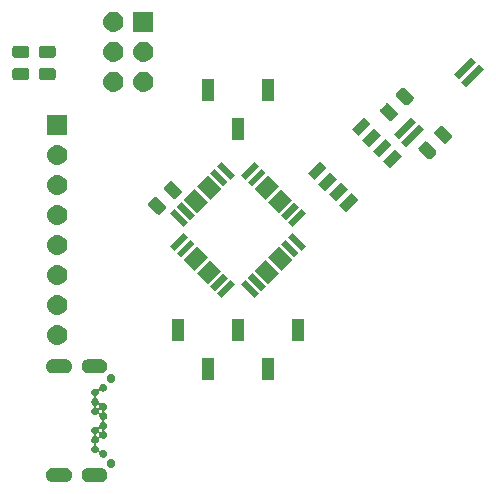
<source format=gts>
G04 #@! TF.GenerationSoftware,KiCad,Pcbnew,(5.0.1)-4*
G04 #@! TF.CreationDate,2018-12-07T22:44:18-08:00*
G04 #@! TF.ProjectId,control_board,636F6E74726F6C5F626F6172642E6B69,rev?*
G04 #@! TF.SameCoordinates,Original*
G04 #@! TF.FileFunction,Soldermask,Top*
G04 #@! TF.FilePolarity,Negative*
%FSLAX46Y46*%
G04 Gerber Fmt 4.6, Leading zero omitted, Abs format (unit mm)*
G04 Created by KiCad (PCBNEW (5.0.1)-4) date 12/7/2018 10:44:18 PM*
%MOMM*%
%LPD*%
G01*
G04 APERTURE LIST*
%ADD10C,0.350000*%
%ADD11C,0.100000*%
G04 APERTURE END LIST*
D10*
G04 #@! TO.C,J1*
G36*
X139120800Y-70023600D02*
X140120800Y-70023600D01*
X140131926Y-70023600D01*
X140154154Y-70022440D01*
X140176290Y-70020110D01*
X140198274Y-70016630D01*
X140220046Y-70012000D01*
X140241545Y-70006240D01*
X140262714Y-69999360D01*
X140283494Y-69991380D01*
X140303828Y-69982330D01*
X140323660Y-69972230D01*
X140342936Y-69961100D01*
X140361603Y-69948980D01*
X140379610Y-69935890D01*
X140396908Y-69921880D01*
X140413449Y-69906990D01*
X140429188Y-69891250D01*
X140444082Y-69874710D01*
X140458089Y-69857410D01*
X140471172Y-69839410D01*
X140483295Y-69820740D01*
X140494424Y-69801460D01*
X140504529Y-69781630D01*
X140513582Y-69761300D01*
X140521559Y-69740520D01*
X140528437Y-69719350D01*
X140534198Y-69697850D01*
X140538826Y-69676080D01*
X140542308Y-69654100D01*
X140544635Y-69631960D01*
X140545800Y-69609730D01*
X140545800Y-69598600D01*
X140545800Y-69587470D01*
X140544635Y-69565250D01*
X140542309Y-69543110D01*
X140538827Y-69521130D01*
X140534199Y-69499350D01*
X140528439Y-69477850D01*
X140521561Y-69456690D01*
X140513584Y-69435910D01*
X140504531Y-69415570D01*
X140494426Y-69395740D01*
X140483298Y-69376460D01*
X140471175Y-69357800D01*
X140458092Y-69339790D01*
X140444085Y-69322490D01*
X140429191Y-69305950D01*
X140413453Y-69290210D01*
X140396912Y-69275320D01*
X140379614Y-69261310D01*
X140361607Y-69248230D01*
X140342940Y-69236110D01*
X140323664Y-69224980D01*
X140303832Y-69214870D01*
X140283499Y-69205820D01*
X140262719Y-69197840D01*
X140241550Y-69190960D01*
X140220051Y-69185200D01*
X140198279Y-69180570D01*
X140176295Y-69177090D01*
X140154159Y-69174770D01*
X140131932Y-69173600D01*
X140120800Y-69173600D01*
X139120800Y-69173600D01*
X139109670Y-69173600D01*
X139087450Y-69174760D01*
X139065310Y-69177090D01*
X139043330Y-69180570D01*
X139021550Y-69185200D01*
X139000050Y-69190960D01*
X138978890Y-69197840D01*
X138958110Y-69205820D01*
X138937770Y-69214870D01*
X138917940Y-69224970D01*
X138898660Y-69236100D01*
X138880000Y-69248220D01*
X138861990Y-69261310D01*
X138844690Y-69275320D01*
X138828150Y-69290210D01*
X138812410Y-69305950D01*
X138797520Y-69322490D01*
X138783510Y-69339790D01*
X138770430Y-69357790D01*
X138758310Y-69376460D01*
X138747180Y-69395740D01*
X138737070Y-69415570D01*
X138728020Y-69435900D01*
X138720040Y-69456680D01*
X138713160Y-69477850D01*
X138707400Y-69499350D01*
X138702770Y-69521120D01*
X138699290Y-69543100D01*
X138696970Y-69565240D01*
X138695800Y-69587470D01*
X138695800Y-69598600D01*
X138695800Y-69609730D01*
X138696960Y-69631950D01*
X138699290Y-69654090D01*
X138702770Y-69676070D01*
X138707400Y-69697850D01*
X138713160Y-69719350D01*
X138720040Y-69740510D01*
X138728020Y-69761290D01*
X138737070Y-69781630D01*
X138747170Y-69801460D01*
X138758300Y-69820740D01*
X138770420Y-69839400D01*
X138783510Y-69857410D01*
X138797520Y-69874710D01*
X138812410Y-69891250D01*
X138828150Y-69906990D01*
X138844690Y-69921880D01*
X138861990Y-69935890D01*
X138879990Y-69948970D01*
X138898660Y-69961090D01*
X138917940Y-69972220D01*
X138937770Y-69982330D01*
X138958100Y-69991380D01*
X138978880Y-69999360D01*
X139000050Y-70006240D01*
X139021550Y-70012000D01*
X139043320Y-70016630D01*
X139065300Y-70020110D01*
X139087440Y-70022430D01*
X139109670Y-70023600D01*
X139120800Y-70023600D01*
G37*
X139120800Y-70023600D02*
X140120800Y-70023600D01*
X140131926Y-70023600D01*
X140154154Y-70022440D01*
X140176290Y-70020110D01*
X140198274Y-70016630D01*
X140220046Y-70012000D01*
X140241545Y-70006240D01*
X140262714Y-69999360D01*
X140283494Y-69991380D01*
X140303828Y-69982330D01*
X140323660Y-69972230D01*
X140342936Y-69961100D01*
X140361603Y-69948980D01*
X140379610Y-69935890D01*
X140396908Y-69921880D01*
X140413449Y-69906990D01*
X140429188Y-69891250D01*
X140444082Y-69874710D01*
X140458089Y-69857410D01*
X140471172Y-69839410D01*
X140483295Y-69820740D01*
X140494424Y-69801460D01*
X140504529Y-69781630D01*
X140513582Y-69761300D01*
X140521559Y-69740520D01*
X140528437Y-69719350D01*
X140534198Y-69697850D01*
X140538826Y-69676080D01*
X140542308Y-69654100D01*
X140544635Y-69631960D01*
X140545800Y-69609730D01*
X140545800Y-69598600D01*
X140545800Y-69587470D01*
X140544635Y-69565250D01*
X140542309Y-69543110D01*
X140538827Y-69521130D01*
X140534199Y-69499350D01*
X140528439Y-69477850D01*
X140521561Y-69456690D01*
X140513584Y-69435910D01*
X140504531Y-69415570D01*
X140494426Y-69395740D01*
X140483298Y-69376460D01*
X140471175Y-69357800D01*
X140458092Y-69339790D01*
X140444085Y-69322490D01*
X140429191Y-69305950D01*
X140413453Y-69290210D01*
X140396912Y-69275320D01*
X140379614Y-69261310D01*
X140361607Y-69248230D01*
X140342940Y-69236110D01*
X140323664Y-69224980D01*
X140303832Y-69214870D01*
X140283499Y-69205820D01*
X140262719Y-69197840D01*
X140241550Y-69190960D01*
X140220051Y-69185200D01*
X140198279Y-69180570D01*
X140176295Y-69177090D01*
X140154159Y-69174770D01*
X140131932Y-69173600D01*
X140120800Y-69173600D01*
X139120800Y-69173600D01*
X139109670Y-69173600D01*
X139087450Y-69174760D01*
X139065310Y-69177090D01*
X139043330Y-69180570D01*
X139021550Y-69185200D01*
X139000050Y-69190960D01*
X138978890Y-69197840D01*
X138958110Y-69205820D01*
X138937770Y-69214870D01*
X138917940Y-69224970D01*
X138898660Y-69236100D01*
X138880000Y-69248220D01*
X138861990Y-69261310D01*
X138844690Y-69275320D01*
X138828150Y-69290210D01*
X138812410Y-69305950D01*
X138797520Y-69322490D01*
X138783510Y-69339790D01*
X138770430Y-69357790D01*
X138758310Y-69376460D01*
X138747180Y-69395740D01*
X138737070Y-69415570D01*
X138728020Y-69435900D01*
X138720040Y-69456680D01*
X138713160Y-69477850D01*
X138707400Y-69499350D01*
X138702770Y-69521120D01*
X138699290Y-69543100D01*
X138696970Y-69565240D01*
X138695800Y-69587470D01*
X138695800Y-69598600D01*
X138695800Y-69609730D01*
X138696960Y-69631950D01*
X138699290Y-69654090D01*
X138702770Y-69676070D01*
X138707400Y-69697850D01*
X138713160Y-69719350D01*
X138720040Y-69740510D01*
X138728020Y-69761290D01*
X138737070Y-69781630D01*
X138747170Y-69801460D01*
X138758300Y-69820740D01*
X138770420Y-69839400D01*
X138783510Y-69857410D01*
X138797520Y-69874710D01*
X138812410Y-69891250D01*
X138828150Y-69906990D01*
X138844690Y-69921880D01*
X138861990Y-69935890D01*
X138879990Y-69948970D01*
X138898660Y-69961090D01*
X138917940Y-69972220D01*
X138937770Y-69982330D01*
X138958100Y-69991380D01*
X138978880Y-69999360D01*
X139000050Y-70006240D01*
X139021550Y-70012000D01*
X139043320Y-70016630D01*
X139065300Y-70020110D01*
X139087440Y-70022430D01*
X139109670Y-70023600D01*
X139120800Y-70023600D01*
G36*
X136120800Y-70023600D02*
X137120800Y-70023600D01*
X137131930Y-70023600D01*
X137154150Y-70022440D01*
X137176290Y-70020110D01*
X137198270Y-70016630D01*
X137220050Y-70012000D01*
X137241550Y-70006240D01*
X137262710Y-69999360D01*
X137283490Y-69991380D01*
X137303830Y-69982330D01*
X137323660Y-69972230D01*
X137342940Y-69961100D01*
X137361600Y-69948980D01*
X137379610Y-69935890D01*
X137396910Y-69921880D01*
X137413450Y-69906990D01*
X137429190Y-69891250D01*
X137444080Y-69874710D01*
X137458090Y-69857410D01*
X137471170Y-69839410D01*
X137483290Y-69820740D01*
X137494420Y-69801460D01*
X137504530Y-69781630D01*
X137513580Y-69761300D01*
X137521560Y-69740520D01*
X137528440Y-69719350D01*
X137534200Y-69697850D01*
X137538830Y-69676080D01*
X137542310Y-69654100D01*
X137544630Y-69631960D01*
X137545800Y-69609730D01*
X137545800Y-69598600D01*
X137545800Y-69587470D01*
X137544640Y-69565250D01*
X137542310Y-69543110D01*
X137538830Y-69521130D01*
X137534200Y-69499350D01*
X137528440Y-69477850D01*
X137521560Y-69456690D01*
X137513580Y-69435910D01*
X137504530Y-69415570D01*
X137494430Y-69395740D01*
X137483300Y-69376460D01*
X137471180Y-69357800D01*
X137458090Y-69339790D01*
X137444080Y-69322490D01*
X137429190Y-69305950D01*
X137413450Y-69290210D01*
X137396910Y-69275320D01*
X137379610Y-69261310D01*
X137361610Y-69248230D01*
X137342940Y-69236110D01*
X137323660Y-69224980D01*
X137303830Y-69214870D01*
X137283500Y-69205820D01*
X137262720Y-69197840D01*
X137241550Y-69190960D01*
X137220050Y-69185200D01*
X137198280Y-69180570D01*
X137176300Y-69177090D01*
X137154160Y-69174770D01*
X137131930Y-69173600D01*
X137120800Y-69173600D01*
X136120800Y-69173600D01*
X136109670Y-69173600D01*
X136087450Y-69174760D01*
X136065310Y-69177090D01*
X136043330Y-69180570D01*
X136021550Y-69185200D01*
X136000050Y-69190960D01*
X135978890Y-69197840D01*
X135958110Y-69205820D01*
X135937770Y-69214870D01*
X135917940Y-69224970D01*
X135898660Y-69236100D01*
X135880000Y-69248220D01*
X135861990Y-69261310D01*
X135844690Y-69275320D01*
X135828150Y-69290210D01*
X135812410Y-69305950D01*
X135797520Y-69322490D01*
X135783510Y-69339790D01*
X135770430Y-69357790D01*
X135758310Y-69376460D01*
X135747180Y-69395740D01*
X135737070Y-69415570D01*
X135728020Y-69435900D01*
X135720040Y-69456680D01*
X135713160Y-69477850D01*
X135707400Y-69499350D01*
X135702770Y-69521120D01*
X135699290Y-69543100D01*
X135696970Y-69565240D01*
X135695800Y-69587470D01*
X135695800Y-69598600D01*
X135695800Y-69609730D01*
X135696960Y-69631950D01*
X135699290Y-69654090D01*
X135702770Y-69676070D01*
X135707400Y-69697850D01*
X135713160Y-69719350D01*
X135720040Y-69740510D01*
X135728020Y-69761290D01*
X135737070Y-69781630D01*
X135747170Y-69801460D01*
X135758300Y-69820740D01*
X135770420Y-69839400D01*
X135783510Y-69857410D01*
X135797520Y-69874710D01*
X135812410Y-69891250D01*
X135828150Y-69906990D01*
X135844690Y-69921880D01*
X135861990Y-69935890D01*
X135879990Y-69948970D01*
X135898660Y-69961090D01*
X135917940Y-69972220D01*
X135937770Y-69982330D01*
X135958100Y-69991380D01*
X135978880Y-69999360D01*
X136000050Y-70006240D01*
X136021550Y-70012000D01*
X136043320Y-70016630D01*
X136065300Y-70020110D01*
X136087440Y-70022430D01*
X136109670Y-70023600D01*
X136120800Y-70023600D01*
G37*
X136120800Y-70023600D02*
X137120800Y-70023600D01*
X137131930Y-70023600D01*
X137154150Y-70022440D01*
X137176290Y-70020110D01*
X137198270Y-70016630D01*
X137220050Y-70012000D01*
X137241550Y-70006240D01*
X137262710Y-69999360D01*
X137283490Y-69991380D01*
X137303830Y-69982330D01*
X137323660Y-69972230D01*
X137342940Y-69961100D01*
X137361600Y-69948980D01*
X137379610Y-69935890D01*
X137396910Y-69921880D01*
X137413450Y-69906990D01*
X137429190Y-69891250D01*
X137444080Y-69874710D01*
X137458090Y-69857410D01*
X137471170Y-69839410D01*
X137483290Y-69820740D01*
X137494420Y-69801460D01*
X137504530Y-69781630D01*
X137513580Y-69761300D01*
X137521560Y-69740520D01*
X137528440Y-69719350D01*
X137534200Y-69697850D01*
X137538830Y-69676080D01*
X137542310Y-69654100D01*
X137544630Y-69631960D01*
X137545800Y-69609730D01*
X137545800Y-69598600D01*
X137545800Y-69587470D01*
X137544640Y-69565250D01*
X137542310Y-69543110D01*
X137538830Y-69521130D01*
X137534200Y-69499350D01*
X137528440Y-69477850D01*
X137521560Y-69456690D01*
X137513580Y-69435910D01*
X137504530Y-69415570D01*
X137494430Y-69395740D01*
X137483300Y-69376460D01*
X137471180Y-69357800D01*
X137458090Y-69339790D01*
X137444080Y-69322490D01*
X137429190Y-69305950D01*
X137413450Y-69290210D01*
X137396910Y-69275320D01*
X137379610Y-69261310D01*
X137361610Y-69248230D01*
X137342940Y-69236110D01*
X137323660Y-69224980D01*
X137303830Y-69214870D01*
X137283500Y-69205820D01*
X137262720Y-69197840D01*
X137241550Y-69190960D01*
X137220050Y-69185200D01*
X137198280Y-69180570D01*
X137176300Y-69177090D01*
X137154160Y-69174770D01*
X137131930Y-69173600D01*
X137120800Y-69173600D01*
X136120800Y-69173600D01*
X136109670Y-69173600D01*
X136087450Y-69174760D01*
X136065310Y-69177090D01*
X136043330Y-69180570D01*
X136021550Y-69185200D01*
X136000050Y-69190960D01*
X135978890Y-69197840D01*
X135958110Y-69205820D01*
X135937770Y-69214870D01*
X135917940Y-69224970D01*
X135898660Y-69236100D01*
X135880000Y-69248220D01*
X135861990Y-69261310D01*
X135844690Y-69275320D01*
X135828150Y-69290210D01*
X135812410Y-69305950D01*
X135797520Y-69322490D01*
X135783510Y-69339790D01*
X135770430Y-69357790D01*
X135758310Y-69376460D01*
X135747180Y-69395740D01*
X135737070Y-69415570D01*
X135728020Y-69435900D01*
X135720040Y-69456680D01*
X135713160Y-69477850D01*
X135707400Y-69499350D01*
X135702770Y-69521120D01*
X135699290Y-69543100D01*
X135696970Y-69565240D01*
X135695800Y-69587470D01*
X135695800Y-69598600D01*
X135695800Y-69609730D01*
X135696960Y-69631950D01*
X135699290Y-69654090D01*
X135702770Y-69676070D01*
X135707400Y-69697850D01*
X135713160Y-69719350D01*
X135720040Y-69740510D01*
X135728020Y-69761290D01*
X135737070Y-69781630D01*
X135747170Y-69801460D01*
X135758300Y-69820740D01*
X135770420Y-69839400D01*
X135783510Y-69857410D01*
X135797520Y-69874710D01*
X135812410Y-69891250D01*
X135828150Y-69906990D01*
X135844690Y-69921880D01*
X135861990Y-69935890D01*
X135879990Y-69948970D01*
X135898660Y-69961090D01*
X135917940Y-69972220D01*
X135937770Y-69982330D01*
X135958100Y-69991380D01*
X135978880Y-69999360D01*
X136000050Y-70006240D01*
X136021550Y-70012000D01*
X136043320Y-70016630D01*
X136065300Y-70020110D01*
X136087440Y-70022430D01*
X136109670Y-70023600D01*
X136120800Y-70023600D01*
G36*
X139120800Y-60823600D02*
X140120800Y-60823600D01*
X140131926Y-60823600D01*
X140154154Y-60822440D01*
X140176290Y-60820110D01*
X140198274Y-60816630D01*
X140220046Y-60812000D01*
X140241545Y-60806240D01*
X140262714Y-60799360D01*
X140283494Y-60791380D01*
X140303828Y-60782330D01*
X140323660Y-60772230D01*
X140342936Y-60761100D01*
X140361603Y-60748980D01*
X140379610Y-60735890D01*
X140396908Y-60721880D01*
X140413449Y-60706990D01*
X140429188Y-60691250D01*
X140444082Y-60674710D01*
X140458089Y-60657410D01*
X140471172Y-60639410D01*
X140483295Y-60620740D01*
X140494424Y-60601460D01*
X140504529Y-60581630D01*
X140513582Y-60561300D01*
X140521559Y-60540520D01*
X140528437Y-60519350D01*
X140534198Y-60497850D01*
X140538826Y-60476080D01*
X140542308Y-60454100D01*
X140544635Y-60431960D01*
X140545800Y-60409730D01*
X140545800Y-60398600D01*
X140545800Y-60387470D01*
X140544635Y-60365250D01*
X140542309Y-60343110D01*
X140538827Y-60321130D01*
X140534199Y-60299350D01*
X140528439Y-60277850D01*
X140521561Y-60256690D01*
X140513584Y-60235910D01*
X140504531Y-60215570D01*
X140494426Y-60195740D01*
X140483298Y-60176460D01*
X140471175Y-60157800D01*
X140458092Y-60139790D01*
X140444085Y-60122490D01*
X140429191Y-60105950D01*
X140413453Y-60090210D01*
X140396912Y-60075320D01*
X140379614Y-60061310D01*
X140361607Y-60048230D01*
X140342940Y-60036110D01*
X140323664Y-60024980D01*
X140303832Y-60014870D01*
X140283499Y-60005820D01*
X140262719Y-59997840D01*
X140241550Y-59990960D01*
X140220051Y-59985200D01*
X140198279Y-59980570D01*
X140176295Y-59977090D01*
X140154159Y-59974770D01*
X140131932Y-59973600D01*
X140120800Y-59973600D01*
X139120800Y-59973600D01*
X139109670Y-59973600D01*
X139087450Y-59974760D01*
X139065310Y-59977090D01*
X139043330Y-59980570D01*
X139021550Y-59985200D01*
X139000050Y-59990960D01*
X138978890Y-59997840D01*
X138958110Y-60005820D01*
X138937770Y-60014870D01*
X138917940Y-60024970D01*
X138898660Y-60036100D01*
X138880000Y-60048220D01*
X138861990Y-60061310D01*
X138844690Y-60075320D01*
X138828150Y-60090210D01*
X138812410Y-60105950D01*
X138797520Y-60122490D01*
X138783510Y-60139790D01*
X138770430Y-60157790D01*
X138758310Y-60176460D01*
X138747180Y-60195740D01*
X138737070Y-60215570D01*
X138728020Y-60235900D01*
X138720040Y-60256680D01*
X138713160Y-60277850D01*
X138707400Y-60299350D01*
X138702770Y-60321120D01*
X138699290Y-60343100D01*
X138696970Y-60365240D01*
X138695800Y-60387470D01*
X138695800Y-60398600D01*
X138695800Y-60409730D01*
X138696960Y-60431950D01*
X138699290Y-60454090D01*
X138702770Y-60476070D01*
X138707400Y-60497850D01*
X138713160Y-60519350D01*
X138720040Y-60540510D01*
X138728020Y-60561290D01*
X138737070Y-60581630D01*
X138747170Y-60601460D01*
X138758300Y-60620740D01*
X138770420Y-60639400D01*
X138783510Y-60657410D01*
X138797520Y-60674710D01*
X138812410Y-60691250D01*
X138828150Y-60706990D01*
X138844690Y-60721880D01*
X138861990Y-60735890D01*
X138879990Y-60748970D01*
X138898660Y-60761090D01*
X138917940Y-60772220D01*
X138937770Y-60782330D01*
X138958100Y-60791380D01*
X138978880Y-60799360D01*
X139000050Y-60806240D01*
X139021550Y-60812000D01*
X139043320Y-60816630D01*
X139065300Y-60820110D01*
X139087440Y-60822430D01*
X139109670Y-60823600D01*
X139120800Y-60823600D01*
G37*
X139120800Y-60823600D02*
X140120800Y-60823600D01*
X140131926Y-60823600D01*
X140154154Y-60822440D01*
X140176290Y-60820110D01*
X140198274Y-60816630D01*
X140220046Y-60812000D01*
X140241545Y-60806240D01*
X140262714Y-60799360D01*
X140283494Y-60791380D01*
X140303828Y-60782330D01*
X140323660Y-60772230D01*
X140342936Y-60761100D01*
X140361603Y-60748980D01*
X140379610Y-60735890D01*
X140396908Y-60721880D01*
X140413449Y-60706990D01*
X140429188Y-60691250D01*
X140444082Y-60674710D01*
X140458089Y-60657410D01*
X140471172Y-60639410D01*
X140483295Y-60620740D01*
X140494424Y-60601460D01*
X140504529Y-60581630D01*
X140513582Y-60561300D01*
X140521559Y-60540520D01*
X140528437Y-60519350D01*
X140534198Y-60497850D01*
X140538826Y-60476080D01*
X140542308Y-60454100D01*
X140544635Y-60431960D01*
X140545800Y-60409730D01*
X140545800Y-60398600D01*
X140545800Y-60387470D01*
X140544635Y-60365250D01*
X140542309Y-60343110D01*
X140538827Y-60321130D01*
X140534199Y-60299350D01*
X140528439Y-60277850D01*
X140521561Y-60256690D01*
X140513584Y-60235910D01*
X140504531Y-60215570D01*
X140494426Y-60195740D01*
X140483298Y-60176460D01*
X140471175Y-60157800D01*
X140458092Y-60139790D01*
X140444085Y-60122490D01*
X140429191Y-60105950D01*
X140413453Y-60090210D01*
X140396912Y-60075320D01*
X140379614Y-60061310D01*
X140361607Y-60048230D01*
X140342940Y-60036110D01*
X140323664Y-60024980D01*
X140303832Y-60014870D01*
X140283499Y-60005820D01*
X140262719Y-59997840D01*
X140241550Y-59990960D01*
X140220051Y-59985200D01*
X140198279Y-59980570D01*
X140176295Y-59977090D01*
X140154159Y-59974770D01*
X140131932Y-59973600D01*
X140120800Y-59973600D01*
X139120800Y-59973600D01*
X139109670Y-59973600D01*
X139087450Y-59974760D01*
X139065310Y-59977090D01*
X139043330Y-59980570D01*
X139021550Y-59985200D01*
X139000050Y-59990960D01*
X138978890Y-59997840D01*
X138958110Y-60005820D01*
X138937770Y-60014870D01*
X138917940Y-60024970D01*
X138898660Y-60036100D01*
X138880000Y-60048220D01*
X138861990Y-60061310D01*
X138844690Y-60075320D01*
X138828150Y-60090210D01*
X138812410Y-60105950D01*
X138797520Y-60122490D01*
X138783510Y-60139790D01*
X138770430Y-60157790D01*
X138758310Y-60176460D01*
X138747180Y-60195740D01*
X138737070Y-60215570D01*
X138728020Y-60235900D01*
X138720040Y-60256680D01*
X138713160Y-60277850D01*
X138707400Y-60299350D01*
X138702770Y-60321120D01*
X138699290Y-60343100D01*
X138696970Y-60365240D01*
X138695800Y-60387470D01*
X138695800Y-60398600D01*
X138695800Y-60409730D01*
X138696960Y-60431950D01*
X138699290Y-60454090D01*
X138702770Y-60476070D01*
X138707400Y-60497850D01*
X138713160Y-60519350D01*
X138720040Y-60540510D01*
X138728020Y-60561290D01*
X138737070Y-60581630D01*
X138747170Y-60601460D01*
X138758300Y-60620740D01*
X138770420Y-60639400D01*
X138783510Y-60657410D01*
X138797520Y-60674710D01*
X138812410Y-60691250D01*
X138828150Y-60706990D01*
X138844690Y-60721880D01*
X138861990Y-60735890D01*
X138879990Y-60748970D01*
X138898660Y-60761090D01*
X138917940Y-60772220D01*
X138937770Y-60782330D01*
X138958100Y-60791380D01*
X138978880Y-60799360D01*
X139000050Y-60806240D01*
X139021550Y-60812000D01*
X139043320Y-60816630D01*
X139065300Y-60820110D01*
X139087440Y-60822430D01*
X139109670Y-60823600D01*
X139120800Y-60823600D01*
G36*
X136120800Y-60823600D02*
X137120800Y-60823600D01*
X137131930Y-60823600D01*
X137154150Y-60822440D01*
X137176290Y-60820110D01*
X137198270Y-60816630D01*
X137220050Y-60812000D01*
X137241550Y-60806240D01*
X137262710Y-60799360D01*
X137283490Y-60791380D01*
X137303830Y-60782330D01*
X137323660Y-60772230D01*
X137342940Y-60761100D01*
X137361600Y-60748980D01*
X137379610Y-60735890D01*
X137396910Y-60721880D01*
X137413450Y-60706990D01*
X137429190Y-60691250D01*
X137444080Y-60674710D01*
X137458090Y-60657410D01*
X137471170Y-60639410D01*
X137483290Y-60620740D01*
X137494420Y-60601460D01*
X137504530Y-60581630D01*
X137513580Y-60561300D01*
X137521560Y-60540520D01*
X137528440Y-60519350D01*
X137534200Y-60497850D01*
X137538830Y-60476080D01*
X137542310Y-60454100D01*
X137544630Y-60431960D01*
X137545800Y-60409730D01*
X137545800Y-60398600D01*
X137545800Y-60387470D01*
X137544640Y-60365250D01*
X137542310Y-60343110D01*
X137538830Y-60321130D01*
X137534200Y-60299350D01*
X137528440Y-60277850D01*
X137521560Y-60256690D01*
X137513580Y-60235910D01*
X137504530Y-60215570D01*
X137494430Y-60195740D01*
X137483300Y-60176460D01*
X137471180Y-60157800D01*
X137458090Y-60139790D01*
X137444080Y-60122490D01*
X137429190Y-60105950D01*
X137413450Y-60090210D01*
X137396910Y-60075320D01*
X137379610Y-60061310D01*
X137361610Y-60048230D01*
X137342940Y-60036110D01*
X137323660Y-60024980D01*
X137303830Y-60014870D01*
X137283500Y-60005820D01*
X137262720Y-59997840D01*
X137241550Y-59990960D01*
X137220050Y-59985200D01*
X137198280Y-59980570D01*
X137176300Y-59977090D01*
X137154160Y-59974770D01*
X137131930Y-59973600D01*
X137120800Y-59973600D01*
X136120800Y-59973600D01*
X136109670Y-59973600D01*
X136087450Y-59974760D01*
X136065310Y-59977090D01*
X136043330Y-59980570D01*
X136021550Y-59985200D01*
X136000050Y-59990960D01*
X135978890Y-59997840D01*
X135958110Y-60005820D01*
X135937770Y-60014870D01*
X135917940Y-60024970D01*
X135898660Y-60036100D01*
X135880000Y-60048220D01*
X135861990Y-60061310D01*
X135844690Y-60075320D01*
X135828150Y-60090210D01*
X135812410Y-60105950D01*
X135797520Y-60122490D01*
X135783510Y-60139790D01*
X135770430Y-60157790D01*
X135758310Y-60176460D01*
X135747180Y-60195740D01*
X135737070Y-60215570D01*
X135728020Y-60235900D01*
X135720040Y-60256680D01*
X135713160Y-60277850D01*
X135707400Y-60299350D01*
X135702770Y-60321120D01*
X135699290Y-60343100D01*
X135696970Y-60365240D01*
X135695800Y-60387470D01*
X135695800Y-60398600D01*
X135695800Y-60409730D01*
X135696960Y-60431950D01*
X135699290Y-60454090D01*
X135702770Y-60476070D01*
X135707400Y-60497850D01*
X135713160Y-60519350D01*
X135720040Y-60540510D01*
X135728020Y-60561290D01*
X135737070Y-60581630D01*
X135747170Y-60601460D01*
X135758300Y-60620740D01*
X135770420Y-60639400D01*
X135783510Y-60657410D01*
X135797520Y-60674710D01*
X135812410Y-60691250D01*
X135828150Y-60706990D01*
X135844690Y-60721880D01*
X135861990Y-60735890D01*
X135879990Y-60748970D01*
X135898660Y-60761090D01*
X135917940Y-60772220D01*
X135937770Y-60782330D01*
X135958100Y-60791380D01*
X135978880Y-60799360D01*
X136000050Y-60806240D01*
X136021550Y-60812000D01*
X136043320Y-60816630D01*
X136065300Y-60820110D01*
X136087440Y-60822430D01*
X136109670Y-60823600D01*
X136120800Y-60823600D01*
G37*
X136120800Y-60823600D02*
X137120800Y-60823600D01*
X137131930Y-60823600D01*
X137154150Y-60822440D01*
X137176290Y-60820110D01*
X137198270Y-60816630D01*
X137220050Y-60812000D01*
X137241550Y-60806240D01*
X137262710Y-60799360D01*
X137283490Y-60791380D01*
X137303830Y-60782330D01*
X137323660Y-60772230D01*
X137342940Y-60761100D01*
X137361600Y-60748980D01*
X137379610Y-60735890D01*
X137396910Y-60721880D01*
X137413450Y-60706990D01*
X137429190Y-60691250D01*
X137444080Y-60674710D01*
X137458090Y-60657410D01*
X137471170Y-60639410D01*
X137483290Y-60620740D01*
X137494420Y-60601460D01*
X137504530Y-60581630D01*
X137513580Y-60561300D01*
X137521560Y-60540520D01*
X137528440Y-60519350D01*
X137534200Y-60497850D01*
X137538830Y-60476080D01*
X137542310Y-60454100D01*
X137544630Y-60431960D01*
X137545800Y-60409730D01*
X137545800Y-60398600D01*
X137545800Y-60387470D01*
X137544640Y-60365250D01*
X137542310Y-60343110D01*
X137538830Y-60321130D01*
X137534200Y-60299350D01*
X137528440Y-60277850D01*
X137521560Y-60256690D01*
X137513580Y-60235910D01*
X137504530Y-60215570D01*
X137494430Y-60195740D01*
X137483300Y-60176460D01*
X137471180Y-60157800D01*
X137458090Y-60139790D01*
X137444080Y-60122490D01*
X137429190Y-60105950D01*
X137413450Y-60090210D01*
X137396910Y-60075320D01*
X137379610Y-60061310D01*
X137361610Y-60048230D01*
X137342940Y-60036110D01*
X137323660Y-60024980D01*
X137303830Y-60014870D01*
X137283500Y-60005820D01*
X137262720Y-59997840D01*
X137241550Y-59990960D01*
X137220050Y-59985200D01*
X137198280Y-59980570D01*
X137176300Y-59977090D01*
X137154160Y-59974770D01*
X137131930Y-59973600D01*
X137120800Y-59973600D01*
X136120800Y-59973600D01*
X136109670Y-59973600D01*
X136087450Y-59974760D01*
X136065310Y-59977090D01*
X136043330Y-59980570D01*
X136021550Y-59985200D01*
X136000050Y-59990960D01*
X135978890Y-59997840D01*
X135958110Y-60005820D01*
X135937770Y-60014870D01*
X135917940Y-60024970D01*
X135898660Y-60036100D01*
X135880000Y-60048220D01*
X135861990Y-60061310D01*
X135844690Y-60075320D01*
X135828150Y-60090210D01*
X135812410Y-60105950D01*
X135797520Y-60122490D01*
X135783510Y-60139790D01*
X135770430Y-60157790D01*
X135758310Y-60176460D01*
X135747180Y-60195740D01*
X135737070Y-60215570D01*
X135728020Y-60235900D01*
X135720040Y-60256680D01*
X135713160Y-60277850D01*
X135707400Y-60299350D01*
X135702770Y-60321120D01*
X135699290Y-60343100D01*
X135696970Y-60365240D01*
X135695800Y-60387470D01*
X135695800Y-60398600D01*
X135695800Y-60409730D01*
X135696960Y-60431950D01*
X135699290Y-60454090D01*
X135702770Y-60476070D01*
X135707400Y-60497850D01*
X135713160Y-60519350D01*
X135720040Y-60540510D01*
X135728020Y-60561290D01*
X135737070Y-60581630D01*
X135747170Y-60601460D01*
X135758300Y-60620740D01*
X135770420Y-60639400D01*
X135783510Y-60657410D01*
X135797520Y-60674710D01*
X135812410Y-60691250D01*
X135828150Y-60706990D01*
X135844690Y-60721880D01*
X135861990Y-60735890D01*
X135879990Y-60748970D01*
X135898660Y-60761090D01*
X135917940Y-60772220D01*
X135937770Y-60782330D01*
X135958100Y-60791380D01*
X135978880Y-60799360D01*
X136000050Y-60806240D01*
X136021550Y-60812000D01*
X136043320Y-60816630D01*
X136065300Y-60820110D01*
X136087440Y-60822430D01*
X136109670Y-60823600D01*
X136120800Y-60823600D01*
D11*
G36*
X139708307Y-69310128D02*
X139762903Y-69332743D01*
X139812039Y-69365574D01*
X139853826Y-69407361D01*
X139886657Y-69456497D01*
X139909272Y-69511093D01*
X139920800Y-69569053D01*
X139920800Y-69628147D01*
X139909272Y-69686107D01*
X139886657Y-69740703D01*
X139853826Y-69789839D01*
X139812039Y-69831626D01*
X139762903Y-69864457D01*
X139708307Y-69887072D01*
X139650347Y-69898600D01*
X139591253Y-69898600D01*
X139533293Y-69887072D01*
X139478697Y-69864457D01*
X139429561Y-69831626D01*
X139387774Y-69789839D01*
X139354943Y-69740703D01*
X139332328Y-69686107D01*
X139320800Y-69628147D01*
X139320800Y-69569053D01*
X139332328Y-69511093D01*
X139354943Y-69456497D01*
X139387774Y-69407361D01*
X139429561Y-69365574D01*
X139478697Y-69332743D01*
X139533293Y-69310128D01*
X139591253Y-69298600D01*
X139650347Y-69298600D01*
X139708307Y-69310128D01*
X139708307Y-69310128D01*
G37*
G36*
X136708307Y-69310128D02*
X136762903Y-69332743D01*
X136812039Y-69365574D01*
X136853826Y-69407361D01*
X136886657Y-69456497D01*
X136909272Y-69511093D01*
X136920800Y-69569053D01*
X136920800Y-69628147D01*
X136909272Y-69686107D01*
X136886657Y-69740703D01*
X136853826Y-69789839D01*
X136812039Y-69831626D01*
X136762903Y-69864457D01*
X136708307Y-69887072D01*
X136650347Y-69898600D01*
X136591253Y-69898600D01*
X136533293Y-69887072D01*
X136478697Y-69864457D01*
X136429561Y-69831626D01*
X136387774Y-69789839D01*
X136354943Y-69740703D01*
X136332328Y-69686107D01*
X136320800Y-69628147D01*
X136320800Y-69569053D01*
X136332328Y-69511093D01*
X136354943Y-69456497D01*
X136387774Y-69407361D01*
X136429561Y-69365574D01*
X136478697Y-69332743D01*
X136533293Y-69310128D01*
X136591253Y-69298600D01*
X136650347Y-69298600D01*
X136708307Y-69310128D01*
X136708307Y-69310128D01*
G37*
G36*
X141130184Y-68238011D02*
X141198429Y-68266279D01*
X141259849Y-68307319D01*
X141312081Y-68359551D01*
X141353121Y-68420971D01*
X141381389Y-68489216D01*
X141395800Y-68561665D01*
X141395800Y-68635535D01*
X141381389Y-68707984D01*
X141353121Y-68776229D01*
X141312081Y-68837649D01*
X141259849Y-68889881D01*
X141198429Y-68930921D01*
X141130184Y-68959189D01*
X141057735Y-68973600D01*
X140983865Y-68973600D01*
X140911416Y-68959189D01*
X140843171Y-68930921D01*
X140781751Y-68889881D01*
X140729519Y-68837649D01*
X140688479Y-68776229D01*
X140660211Y-68707984D01*
X140645800Y-68635535D01*
X140645800Y-68561665D01*
X140660211Y-68489216D01*
X140688479Y-68420971D01*
X140729519Y-68359551D01*
X140781751Y-68307319D01*
X140843171Y-68266279D01*
X140911416Y-68238011D01*
X140983865Y-68223600D01*
X141057735Y-68223600D01*
X141130184Y-68238011D01*
X141130184Y-68238011D01*
G37*
G36*
X140465599Y-61886089D02*
X140511343Y-61905037D01*
X140524741Y-61910586D01*
X140524742Y-61910587D01*
X140524745Y-61910588D01*
X140577976Y-61946156D01*
X140623244Y-61991424D01*
X140658812Y-62044655D01*
X140683311Y-62103801D01*
X140695800Y-62166590D01*
X140695800Y-62230610D01*
X140683311Y-62293399D01*
X140668826Y-62328368D01*
X140661459Y-62346156D01*
X140658812Y-62352545D01*
X140623244Y-62405776D01*
X140577976Y-62451044D01*
X140524745Y-62486612D01*
X140524742Y-62486613D01*
X140524741Y-62486614D01*
X140511343Y-62492163D01*
X140465599Y-62511111D01*
X140402810Y-62523600D01*
X140338790Y-62523600D01*
X140276001Y-62511111D01*
X140224412Y-62489742D01*
X140216857Y-62486613D01*
X140216856Y-62486613D01*
X140216855Y-62486612D01*
X140190243Y-62468831D01*
X140168635Y-62457281D01*
X140145186Y-62450168D01*
X140120800Y-62447766D01*
X140096414Y-62450168D01*
X140072964Y-62457281D01*
X140051354Y-62468832D01*
X140032412Y-62484378D01*
X140016866Y-62503320D01*
X140005315Y-62524931D01*
X139998202Y-62548380D01*
X139995800Y-62572766D01*
X139995800Y-62630610D01*
X139983311Y-62693399D01*
X139958812Y-62752545D01*
X139923244Y-62805776D01*
X139877976Y-62851044D01*
X139824745Y-62886612D01*
X139824742Y-62886613D01*
X139817138Y-62891694D01*
X139811572Y-62894669D01*
X139792631Y-62910215D01*
X139777086Y-62929157D01*
X139765536Y-62950768D01*
X139758423Y-62974218D01*
X139756022Y-62998604D01*
X139758425Y-63022990D01*
X139765539Y-63046439D01*
X139777091Y-63068050D01*
X139792637Y-63086991D01*
X139811579Y-63102536D01*
X139817145Y-63105511D01*
X139824740Y-63110586D01*
X139824745Y-63110588D01*
X139877976Y-63146156D01*
X139923244Y-63191424D01*
X139958812Y-63244655D01*
X139983311Y-63303801D01*
X139995800Y-63366590D01*
X139995800Y-63424434D01*
X139998202Y-63448820D01*
X140005315Y-63472269D01*
X140016866Y-63493880D01*
X140032412Y-63512822D01*
X140051354Y-63528368D01*
X140072965Y-63539919D01*
X140096414Y-63547032D01*
X140120800Y-63549434D01*
X140145186Y-63547032D01*
X140168635Y-63539919D01*
X140190243Y-63528369D01*
X140216855Y-63510588D01*
X140216860Y-63510586D01*
X140224412Y-63507458D01*
X140276001Y-63486089D01*
X140338790Y-63473600D01*
X140402810Y-63473600D01*
X140465599Y-63486089D01*
X140511343Y-63505037D01*
X140524741Y-63510586D01*
X140524742Y-63510587D01*
X140524745Y-63510588D01*
X140577976Y-63546156D01*
X140623244Y-63591424D01*
X140658812Y-63644655D01*
X140658813Y-63644658D01*
X140658814Y-63644659D01*
X140664042Y-63657281D01*
X140683311Y-63703801D01*
X140695800Y-63766590D01*
X140695800Y-63830610D01*
X140683311Y-63893399D01*
X140668826Y-63928368D01*
X140661459Y-63946156D01*
X140658812Y-63952545D01*
X140623244Y-64005776D01*
X140577976Y-64051044D01*
X140524745Y-64086612D01*
X140524742Y-64086613D01*
X140517138Y-64091694D01*
X140511572Y-64094669D01*
X140492631Y-64110215D01*
X140477086Y-64129157D01*
X140465536Y-64150768D01*
X140458423Y-64174218D01*
X140456022Y-64198604D01*
X140458425Y-64222990D01*
X140465539Y-64246439D01*
X140477091Y-64268050D01*
X140492637Y-64286991D01*
X140511579Y-64302536D01*
X140517145Y-64305511D01*
X140524740Y-64310586D01*
X140524745Y-64310588D01*
X140577976Y-64346156D01*
X140623244Y-64391424D01*
X140658812Y-64444655D01*
X140658813Y-64444658D01*
X140658814Y-64444659D01*
X140664042Y-64457281D01*
X140683311Y-64503801D01*
X140695800Y-64566590D01*
X140695800Y-64630610D01*
X140683311Y-64693399D01*
X140658812Y-64752545D01*
X140623244Y-64805776D01*
X140577976Y-64851044D01*
X140524745Y-64886612D01*
X140524742Y-64886613D01*
X140517138Y-64891694D01*
X140511572Y-64894669D01*
X140492631Y-64910215D01*
X140477086Y-64929157D01*
X140465536Y-64950768D01*
X140458423Y-64974218D01*
X140456022Y-64998604D01*
X140458425Y-65022990D01*
X140465539Y-65046439D01*
X140477091Y-65068050D01*
X140492637Y-65086991D01*
X140511579Y-65102536D01*
X140517145Y-65105511D01*
X140524740Y-65110586D01*
X140524745Y-65110588D01*
X140577976Y-65146156D01*
X140623244Y-65191424D01*
X140658812Y-65244655D01*
X140683311Y-65303801D01*
X140695800Y-65366590D01*
X140695800Y-65430610D01*
X140683311Y-65493399D01*
X140668826Y-65528368D01*
X140661459Y-65546156D01*
X140658812Y-65552545D01*
X140623244Y-65605776D01*
X140577976Y-65651044D01*
X140524745Y-65686612D01*
X140524742Y-65686613D01*
X140517138Y-65691694D01*
X140511572Y-65694669D01*
X140492631Y-65710215D01*
X140477086Y-65729157D01*
X140465536Y-65750768D01*
X140458423Y-65774218D01*
X140456022Y-65798604D01*
X140458425Y-65822990D01*
X140465539Y-65846439D01*
X140477091Y-65868050D01*
X140492637Y-65886991D01*
X140511579Y-65902536D01*
X140517145Y-65905511D01*
X140524740Y-65910586D01*
X140524745Y-65910588D01*
X140577976Y-65946156D01*
X140623244Y-65991424D01*
X140658812Y-66044655D01*
X140658813Y-66044658D01*
X140658814Y-66044659D01*
X140664042Y-66057281D01*
X140683311Y-66103801D01*
X140695800Y-66166590D01*
X140695800Y-66230610D01*
X140683311Y-66293399D01*
X140668826Y-66328368D01*
X140661459Y-66346156D01*
X140658812Y-66352545D01*
X140623244Y-66405776D01*
X140577976Y-66451044D01*
X140524745Y-66486612D01*
X140524742Y-66486613D01*
X140524741Y-66486614D01*
X140511343Y-66492163D01*
X140465599Y-66511111D01*
X140402810Y-66523600D01*
X140338790Y-66523600D01*
X140276001Y-66511111D01*
X140224412Y-66489742D01*
X140216857Y-66486613D01*
X140216856Y-66486613D01*
X140216855Y-66486612D01*
X140190243Y-66468831D01*
X140168635Y-66457281D01*
X140145186Y-66450168D01*
X140120800Y-66447766D01*
X140096414Y-66450168D01*
X140072964Y-66457281D01*
X140051354Y-66468832D01*
X140032412Y-66484378D01*
X140016866Y-66503320D01*
X140005315Y-66524931D01*
X139998202Y-66548380D01*
X139995800Y-66572766D01*
X139995800Y-66630610D01*
X139983311Y-66693399D01*
X139958812Y-66752545D01*
X139923244Y-66805776D01*
X139877976Y-66851044D01*
X139824745Y-66886612D01*
X139824742Y-66886613D01*
X139817138Y-66891694D01*
X139811572Y-66894669D01*
X139792631Y-66910215D01*
X139777086Y-66929157D01*
X139765536Y-66950768D01*
X139758423Y-66974218D01*
X139756022Y-66998604D01*
X139758425Y-67022990D01*
X139765539Y-67046439D01*
X139777091Y-67068050D01*
X139792637Y-67086991D01*
X139811579Y-67102536D01*
X139817145Y-67105511D01*
X139824740Y-67110586D01*
X139824745Y-67110588D01*
X139877976Y-67146156D01*
X139923244Y-67191424D01*
X139958812Y-67244655D01*
X139983311Y-67303801D01*
X139995800Y-67366590D01*
X139995800Y-67424434D01*
X139998202Y-67448820D01*
X140005315Y-67472269D01*
X140016866Y-67493880D01*
X140032412Y-67512822D01*
X140051354Y-67528368D01*
X140072965Y-67539919D01*
X140096414Y-67547032D01*
X140120800Y-67549434D01*
X140145186Y-67547032D01*
X140168635Y-67539919D01*
X140190243Y-67528369D01*
X140216855Y-67510588D01*
X140216860Y-67510586D01*
X140224412Y-67507458D01*
X140276001Y-67486089D01*
X140338790Y-67473600D01*
X140402810Y-67473600D01*
X140465599Y-67486089D01*
X140511343Y-67505037D01*
X140524741Y-67510586D01*
X140524742Y-67510587D01*
X140524745Y-67510588D01*
X140577976Y-67546156D01*
X140623244Y-67591424D01*
X140658812Y-67644655D01*
X140658813Y-67644658D01*
X140658814Y-67644659D01*
X140664042Y-67657281D01*
X140683311Y-67703801D01*
X140695800Y-67766590D01*
X140695800Y-67830610D01*
X140683311Y-67893399D01*
X140658812Y-67952545D01*
X140623244Y-68005776D01*
X140577976Y-68051044D01*
X140524745Y-68086612D01*
X140524742Y-68086613D01*
X140524741Y-68086614D01*
X140511343Y-68092163D01*
X140465599Y-68111111D01*
X140402810Y-68123600D01*
X140338790Y-68123600D01*
X140276001Y-68111111D01*
X140230257Y-68092163D01*
X140216859Y-68086614D01*
X140216858Y-68086613D01*
X140216855Y-68086612D01*
X140163624Y-68051044D01*
X140118356Y-68005776D01*
X140082788Y-67952545D01*
X140058289Y-67893399D01*
X140045800Y-67830610D01*
X140045800Y-67772766D01*
X140043398Y-67748380D01*
X140036285Y-67724931D01*
X140024734Y-67703320D01*
X140009188Y-67684378D01*
X139990246Y-67668832D01*
X139968635Y-67657281D01*
X139945186Y-67650168D01*
X139920800Y-67647766D01*
X139896414Y-67650168D01*
X139872965Y-67657281D01*
X139851357Y-67668831D01*
X139824745Y-67686612D01*
X139824744Y-67686613D01*
X139824743Y-67686613D01*
X139817188Y-67689742D01*
X139765599Y-67711111D01*
X139702810Y-67723600D01*
X139638790Y-67723600D01*
X139576001Y-67711111D01*
X139530257Y-67692163D01*
X139516859Y-67686614D01*
X139516858Y-67686613D01*
X139516855Y-67686612D01*
X139463624Y-67651044D01*
X139418356Y-67605776D01*
X139382788Y-67552545D01*
X139380142Y-67546156D01*
X139372774Y-67528368D01*
X139358289Y-67493399D01*
X139345800Y-67430610D01*
X139345800Y-67366590D01*
X139358289Y-67303801D01*
X139382788Y-67244655D01*
X139418356Y-67191424D01*
X139463624Y-67146156D01*
X139516855Y-67110588D01*
X139516858Y-67110587D01*
X139524462Y-67105506D01*
X139530028Y-67102531D01*
X139548969Y-67086985D01*
X139564514Y-67068043D01*
X139576064Y-67046432D01*
X139583177Y-67022982D01*
X139585578Y-66998596D01*
X139583175Y-66974210D01*
X139576061Y-66950761D01*
X139564509Y-66929150D01*
X139548963Y-66910209D01*
X139530021Y-66894664D01*
X139524455Y-66891689D01*
X139516860Y-66886614D01*
X139516855Y-66886612D01*
X139463624Y-66851044D01*
X139418356Y-66805776D01*
X139382788Y-66752545D01*
X139358289Y-66693399D01*
X139345800Y-66630610D01*
X139345800Y-66566590D01*
X139358289Y-66503801D01*
X139377558Y-66457281D01*
X139382786Y-66444659D01*
X139382787Y-66444658D01*
X139382788Y-66444655D01*
X139418356Y-66391424D01*
X139463624Y-66346156D01*
X139516855Y-66310588D01*
X139516858Y-66310587D01*
X139524462Y-66305506D01*
X139530028Y-66302531D01*
X139548969Y-66286985D01*
X139564514Y-66268043D01*
X139576064Y-66246432D01*
X139583177Y-66222982D01*
X139585577Y-66198604D01*
X139756022Y-66198604D01*
X139758425Y-66222990D01*
X139765539Y-66246439D01*
X139777091Y-66268050D01*
X139792637Y-66286991D01*
X139811579Y-66302536D01*
X139817150Y-66305513D01*
X139824745Y-66310588D01*
X139851357Y-66328369D01*
X139872965Y-66339919D01*
X139896414Y-66347032D01*
X139920800Y-66349434D01*
X139945186Y-66347032D01*
X139968636Y-66339919D01*
X139990246Y-66328368D01*
X140009188Y-66312822D01*
X140024734Y-66293880D01*
X140036285Y-66272269D01*
X140043398Y-66248820D01*
X140045800Y-66224434D01*
X140045800Y-66172766D01*
X140043398Y-66148380D01*
X140036285Y-66124931D01*
X140024734Y-66103320D01*
X140009188Y-66084378D01*
X139990246Y-66068832D01*
X139968635Y-66057281D01*
X139945186Y-66050168D01*
X139920800Y-66047766D01*
X139896414Y-66050168D01*
X139872965Y-66057281D01*
X139851357Y-66068831D01*
X139824745Y-66086612D01*
X139824743Y-66086613D01*
X139817143Y-66091691D01*
X139811572Y-66094669D01*
X139792631Y-66110215D01*
X139777086Y-66129157D01*
X139765536Y-66150768D01*
X139758423Y-66174218D01*
X139756022Y-66198604D01*
X139585577Y-66198604D01*
X139585578Y-66198596D01*
X139583175Y-66174210D01*
X139576061Y-66150761D01*
X139564509Y-66129150D01*
X139548963Y-66110209D01*
X139530021Y-66094664D01*
X139524455Y-66091689D01*
X139516860Y-66086614D01*
X139516855Y-66086612D01*
X139463624Y-66051044D01*
X139418356Y-66005776D01*
X139382788Y-65952545D01*
X139380142Y-65946156D01*
X139372774Y-65928368D01*
X139358289Y-65893399D01*
X139345800Y-65830610D01*
X139345800Y-65772766D01*
X139995800Y-65772766D01*
X139995800Y-65824434D01*
X139998202Y-65848820D01*
X140005315Y-65872269D01*
X140016866Y-65893880D01*
X140032412Y-65912822D01*
X140051354Y-65928368D01*
X140072965Y-65939919D01*
X140096414Y-65947032D01*
X140120800Y-65949434D01*
X140145186Y-65947032D01*
X140168635Y-65939919D01*
X140190243Y-65928369D01*
X140216855Y-65910588D01*
X140216857Y-65910587D01*
X140224457Y-65905509D01*
X140230028Y-65902531D01*
X140248969Y-65886985D01*
X140264514Y-65868043D01*
X140276064Y-65846432D01*
X140283177Y-65822982D01*
X140285578Y-65798596D01*
X140283175Y-65774210D01*
X140276061Y-65750761D01*
X140264509Y-65729150D01*
X140248963Y-65710209D01*
X140230021Y-65694664D01*
X140224450Y-65691687D01*
X140213512Y-65684378D01*
X140190243Y-65668831D01*
X140168635Y-65657281D01*
X140145186Y-65650168D01*
X140120800Y-65647766D01*
X140096414Y-65650168D01*
X140072964Y-65657281D01*
X140051354Y-65668832D01*
X140032412Y-65684378D01*
X140016866Y-65703320D01*
X140005315Y-65724931D01*
X139998202Y-65748380D01*
X139995800Y-65772766D01*
X139345800Y-65772766D01*
X139345800Y-65766590D01*
X139358289Y-65703801D01*
X139377558Y-65657281D01*
X139382786Y-65644659D01*
X139382787Y-65644658D01*
X139382788Y-65644655D01*
X139418356Y-65591424D01*
X139463624Y-65546156D01*
X139516855Y-65510588D01*
X139516858Y-65510587D01*
X139516859Y-65510586D01*
X139530257Y-65505037D01*
X139576001Y-65486089D01*
X139638790Y-65473600D01*
X139702810Y-65473600D01*
X139765599Y-65486089D01*
X139817188Y-65507458D01*
X139824741Y-65510586D01*
X139824745Y-65510588D01*
X139851357Y-65528369D01*
X139872965Y-65539919D01*
X139896414Y-65547032D01*
X139920800Y-65549434D01*
X139945186Y-65547032D01*
X139968636Y-65539919D01*
X139990246Y-65528368D01*
X140009188Y-65512822D01*
X140024734Y-65493880D01*
X140036285Y-65472269D01*
X140043398Y-65448820D01*
X140045800Y-65424434D01*
X140045800Y-65366590D01*
X140058289Y-65303801D01*
X140082788Y-65244655D01*
X140118356Y-65191424D01*
X140163624Y-65146156D01*
X140216855Y-65110588D01*
X140216858Y-65110587D01*
X140224462Y-65105506D01*
X140230028Y-65102531D01*
X140248969Y-65086985D01*
X140264514Y-65068043D01*
X140276064Y-65046432D01*
X140283177Y-65022982D01*
X140285578Y-64998596D01*
X140283175Y-64974210D01*
X140276061Y-64950761D01*
X140264509Y-64929150D01*
X140248963Y-64910209D01*
X140230021Y-64894664D01*
X140224455Y-64891689D01*
X140216860Y-64886614D01*
X140216855Y-64886612D01*
X140163624Y-64851044D01*
X140118356Y-64805776D01*
X140082788Y-64752545D01*
X140058289Y-64693399D01*
X140045800Y-64630610D01*
X140045800Y-64572766D01*
X140043398Y-64548380D01*
X140036285Y-64524931D01*
X140024734Y-64503320D01*
X140009188Y-64484378D01*
X139990246Y-64468832D01*
X139968635Y-64457281D01*
X139945186Y-64450168D01*
X139920800Y-64447766D01*
X139896414Y-64450168D01*
X139872965Y-64457281D01*
X139851357Y-64468831D01*
X139824745Y-64486612D01*
X139824744Y-64486613D01*
X139824743Y-64486613D01*
X139817188Y-64489742D01*
X139765599Y-64511111D01*
X139702810Y-64523600D01*
X139638790Y-64523600D01*
X139576001Y-64511111D01*
X139530257Y-64492163D01*
X139516859Y-64486614D01*
X139516858Y-64486613D01*
X139516855Y-64486612D01*
X139463624Y-64451044D01*
X139418356Y-64405776D01*
X139382788Y-64352545D01*
X139380142Y-64346156D01*
X139372774Y-64328368D01*
X139358289Y-64293399D01*
X139345800Y-64230610D01*
X139345800Y-64172766D01*
X139995800Y-64172766D01*
X139995800Y-64224434D01*
X139998202Y-64248820D01*
X140005315Y-64272269D01*
X140016866Y-64293880D01*
X140032412Y-64312822D01*
X140051354Y-64328368D01*
X140072965Y-64339919D01*
X140096414Y-64347032D01*
X140120800Y-64349434D01*
X140145186Y-64347032D01*
X140168635Y-64339919D01*
X140190243Y-64328369D01*
X140216855Y-64310588D01*
X140216857Y-64310587D01*
X140224457Y-64305509D01*
X140230028Y-64302531D01*
X140248969Y-64286985D01*
X140264514Y-64268043D01*
X140276064Y-64246432D01*
X140283177Y-64222982D01*
X140285578Y-64198596D01*
X140283175Y-64174210D01*
X140276061Y-64150761D01*
X140264509Y-64129150D01*
X140248963Y-64110209D01*
X140230021Y-64094664D01*
X140224450Y-64091687D01*
X140213512Y-64084378D01*
X140190243Y-64068831D01*
X140168635Y-64057281D01*
X140145186Y-64050168D01*
X140120800Y-64047766D01*
X140096414Y-64050168D01*
X140072964Y-64057281D01*
X140051354Y-64068832D01*
X140032412Y-64084378D01*
X140016866Y-64103320D01*
X140005315Y-64124931D01*
X139998202Y-64148380D01*
X139995800Y-64172766D01*
X139345800Y-64172766D01*
X139345800Y-64166590D01*
X139358289Y-64103801D01*
X139377558Y-64057281D01*
X139382786Y-64044659D01*
X139382787Y-64044658D01*
X139382788Y-64044655D01*
X139418356Y-63991424D01*
X139463624Y-63946156D01*
X139516855Y-63910588D01*
X139516858Y-63910587D01*
X139524462Y-63905506D01*
X139530028Y-63902531D01*
X139548969Y-63886985D01*
X139564514Y-63868043D01*
X139576064Y-63846432D01*
X139583177Y-63822982D01*
X139585577Y-63798604D01*
X139756022Y-63798604D01*
X139758425Y-63822990D01*
X139765539Y-63846439D01*
X139777091Y-63868050D01*
X139792637Y-63886991D01*
X139811579Y-63902536D01*
X139817150Y-63905513D01*
X139824745Y-63910588D01*
X139851357Y-63928369D01*
X139872965Y-63939919D01*
X139896414Y-63947032D01*
X139920800Y-63949434D01*
X139945186Y-63947032D01*
X139968636Y-63939919D01*
X139990246Y-63928368D01*
X140009188Y-63912822D01*
X140024734Y-63893880D01*
X140036285Y-63872269D01*
X140043398Y-63848820D01*
X140045800Y-63824434D01*
X140045800Y-63772766D01*
X140043398Y-63748380D01*
X140036285Y-63724931D01*
X140024734Y-63703320D01*
X140009188Y-63684378D01*
X139990246Y-63668832D01*
X139968635Y-63657281D01*
X139945186Y-63650168D01*
X139920800Y-63647766D01*
X139896414Y-63650168D01*
X139872965Y-63657281D01*
X139851357Y-63668831D01*
X139824745Y-63686612D01*
X139824743Y-63686613D01*
X139817143Y-63691691D01*
X139811572Y-63694669D01*
X139792631Y-63710215D01*
X139777086Y-63729157D01*
X139765536Y-63750768D01*
X139758423Y-63774218D01*
X139756022Y-63798604D01*
X139585577Y-63798604D01*
X139585578Y-63798596D01*
X139583175Y-63774210D01*
X139576061Y-63750761D01*
X139564509Y-63729150D01*
X139548963Y-63710209D01*
X139530021Y-63694664D01*
X139524455Y-63691689D01*
X139516860Y-63686614D01*
X139516855Y-63686612D01*
X139463624Y-63651044D01*
X139418356Y-63605776D01*
X139382788Y-63552545D01*
X139380142Y-63546156D01*
X139372774Y-63528368D01*
X139358289Y-63493399D01*
X139345800Y-63430610D01*
X139345800Y-63366590D01*
X139358289Y-63303801D01*
X139382788Y-63244655D01*
X139418356Y-63191424D01*
X139463624Y-63146156D01*
X139516855Y-63110588D01*
X139516858Y-63110587D01*
X139524462Y-63105506D01*
X139530028Y-63102531D01*
X139548969Y-63086985D01*
X139564514Y-63068043D01*
X139576064Y-63046432D01*
X139583177Y-63022982D01*
X139585578Y-62998596D01*
X139583175Y-62974210D01*
X139576061Y-62950761D01*
X139564509Y-62929150D01*
X139548963Y-62910209D01*
X139530021Y-62894664D01*
X139524455Y-62891689D01*
X139516860Y-62886614D01*
X139516855Y-62886612D01*
X139463624Y-62851044D01*
X139418356Y-62805776D01*
X139382788Y-62752545D01*
X139358289Y-62693399D01*
X139345800Y-62630610D01*
X139345800Y-62566590D01*
X139358289Y-62503801D01*
X139377558Y-62457281D01*
X139382786Y-62444659D01*
X139382787Y-62444658D01*
X139382788Y-62444655D01*
X139418356Y-62391424D01*
X139463624Y-62346156D01*
X139516855Y-62310588D01*
X139516858Y-62310587D01*
X139516859Y-62310586D01*
X139530257Y-62305037D01*
X139576001Y-62286089D01*
X139638790Y-62273600D01*
X139702810Y-62273600D01*
X139765599Y-62286089D01*
X139817188Y-62307458D01*
X139824741Y-62310586D01*
X139824745Y-62310588D01*
X139851357Y-62328369D01*
X139872965Y-62339919D01*
X139896414Y-62347032D01*
X139920800Y-62349434D01*
X139945186Y-62347032D01*
X139968636Y-62339919D01*
X139990246Y-62328368D01*
X140009188Y-62312822D01*
X140024734Y-62293880D01*
X140036285Y-62272269D01*
X140043398Y-62248820D01*
X140045800Y-62224434D01*
X140045800Y-62166590D01*
X140058289Y-62103801D01*
X140082788Y-62044655D01*
X140118356Y-61991424D01*
X140163624Y-61946156D01*
X140216855Y-61910588D01*
X140216858Y-61910587D01*
X140216859Y-61910586D01*
X140230257Y-61905037D01*
X140276001Y-61886089D01*
X140338790Y-61873600D01*
X140402810Y-61873600D01*
X140465599Y-61886089D01*
X140465599Y-61886089D01*
G37*
G36*
X141130184Y-61038011D02*
X141198429Y-61066279D01*
X141259849Y-61107319D01*
X141312081Y-61159551D01*
X141353121Y-61220971D01*
X141381389Y-61289216D01*
X141395800Y-61361665D01*
X141395800Y-61435535D01*
X141381389Y-61507984D01*
X141353121Y-61576229D01*
X141312081Y-61637649D01*
X141259849Y-61689881D01*
X141198429Y-61730921D01*
X141130184Y-61759189D01*
X141057735Y-61773600D01*
X140983865Y-61773600D01*
X140911416Y-61759189D01*
X140843171Y-61730921D01*
X140781751Y-61689881D01*
X140729519Y-61637649D01*
X140688479Y-61576229D01*
X140660211Y-61507984D01*
X140645800Y-61435535D01*
X140645800Y-61361665D01*
X140660211Y-61289216D01*
X140688479Y-61220971D01*
X140729519Y-61159551D01*
X140781751Y-61107319D01*
X140843171Y-61066279D01*
X140911416Y-61038011D01*
X140983865Y-61023600D01*
X141057735Y-61023600D01*
X141130184Y-61038011D01*
X141130184Y-61038011D01*
G37*
G36*
X149725000Y-61578800D02*
X148725000Y-61578800D01*
X148725000Y-59678800D01*
X149725000Y-59678800D01*
X149725000Y-61578800D01*
X149725000Y-61578800D01*
G37*
G36*
X154805000Y-61578800D02*
X153805000Y-61578800D01*
X153805000Y-59678800D01*
X154805000Y-59678800D01*
X154805000Y-61578800D01*
X154805000Y-61578800D01*
G37*
G36*
X139708307Y-60110128D02*
X139762903Y-60132743D01*
X139812039Y-60165574D01*
X139853826Y-60207361D01*
X139886657Y-60256497D01*
X139909272Y-60311093D01*
X139920800Y-60369053D01*
X139920800Y-60428147D01*
X139909272Y-60486107D01*
X139886657Y-60540703D01*
X139853826Y-60589839D01*
X139812039Y-60631626D01*
X139762903Y-60664457D01*
X139708307Y-60687072D01*
X139650347Y-60698600D01*
X139591253Y-60698600D01*
X139533293Y-60687072D01*
X139478697Y-60664457D01*
X139429561Y-60631626D01*
X139387774Y-60589839D01*
X139354943Y-60540703D01*
X139332328Y-60486107D01*
X139320800Y-60428147D01*
X139320800Y-60369053D01*
X139332328Y-60311093D01*
X139354943Y-60256497D01*
X139387774Y-60207361D01*
X139429561Y-60165574D01*
X139478697Y-60132743D01*
X139533293Y-60110128D01*
X139591253Y-60098600D01*
X139650347Y-60098600D01*
X139708307Y-60110128D01*
X139708307Y-60110128D01*
G37*
G36*
X136708307Y-60110128D02*
X136762903Y-60132743D01*
X136812039Y-60165574D01*
X136853826Y-60207361D01*
X136886657Y-60256497D01*
X136909272Y-60311093D01*
X136920800Y-60369053D01*
X136920800Y-60428147D01*
X136909272Y-60486107D01*
X136886657Y-60540703D01*
X136853826Y-60589839D01*
X136812039Y-60631626D01*
X136762903Y-60664457D01*
X136708307Y-60687072D01*
X136650347Y-60698600D01*
X136591253Y-60698600D01*
X136533293Y-60687072D01*
X136478697Y-60664457D01*
X136429561Y-60631626D01*
X136387774Y-60589839D01*
X136354943Y-60540703D01*
X136332328Y-60486107D01*
X136320800Y-60428147D01*
X136320800Y-60369053D01*
X136332328Y-60311093D01*
X136354943Y-60256497D01*
X136387774Y-60207361D01*
X136429561Y-60165574D01*
X136478697Y-60132743D01*
X136533293Y-60110128D01*
X136591253Y-60098600D01*
X136650347Y-60098600D01*
X136708307Y-60110128D01*
X136708307Y-60110128D01*
G37*
G36*
X136640830Y-56896499D02*
X136801055Y-56945103D01*
X136948720Y-57024031D01*
X137078149Y-57130251D01*
X137184369Y-57259680D01*
X137263297Y-57407345D01*
X137311901Y-57567570D01*
X137328312Y-57734200D01*
X137311901Y-57900830D01*
X137263297Y-58061055D01*
X137184369Y-58208720D01*
X137078149Y-58338149D01*
X136948720Y-58444369D01*
X136801055Y-58523297D01*
X136640830Y-58571901D01*
X136515952Y-58584200D01*
X136432448Y-58584200D01*
X136307570Y-58571901D01*
X136147345Y-58523297D01*
X135999680Y-58444369D01*
X135870251Y-58338149D01*
X135764031Y-58208720D01*
X135685103Y-58061055D01*
X135636499Y-57900830D01*
X135620088Y-57734200D01*
X135636499Y-57567570D01*
X135685103Y-57407345D01*
X135764031Y-57259680D01*
X135870251Y-57130251D01*
X135999680Y-57024031D01*
X136147345Y-56945103D01*
X136307570Y-56896499D01*
X136432448Y-56884200D01*
X136515952Y-56884200D01*
X136640830Y-56896499D01*
X136640830Y-56896499D01*
G37*
G36*
X152265000Y-58278800D02*
X151265000Y-58278800D01*
X151265000Y-56378800D01*
X152265000Y-56378800D01*
X152265000Y-58278800D01*
X152265000Y-58278800D01*
G37*
G36*
X147185000Y-58278800D02*
X146185000Y-58278800D01*
X146185000Y-56378800D01*
X147185000Y-56378800D01*
X147185000Y-58278800D01*
X147185000Y-58278800D01*
G37*
G36*
X157345000Y-58278800D02*
X156345000Y-58278800D01*
X156345000Y-56378800D01*
X157345000Y-56378800D01*
X157345000Y-58278800D01*
X157345000Y-58278800D01*
G37*
G36*
X136640830Y-54356499D02*
X136801055Y-54405103D01*
X136948720Y-54484031D01*
X137078149Y-54590251D01*
X137184369Y-54719680D01*
X137263297Y-54867345D01*
X137311901Y-55027570D01*
X137328312Y-55194200D01*
X137311901Y-55360830D01*
X137263297Y-55521055D01*
X137184369Y-55668720D01*
X137078149Y-55798149D01*
X136948720Y-55904369D01*
X136801055Y-55983297D01*
X136640830Y-56031901D01*
X136515952Y-56044200D01*
X136432448Y-56044200D01*
X136307570Y-56031901D01*
X136147345Y-55983297D01*
X135999680Y-55904369D01*
X135870251Y-55798149D01*
X135764031Y-55668720D01*
X135685103Y-55521055D01*
X135636499Y-55360830D01*
X135620088Y-55194200D01*
X135636499Y-55027570D01*
X135685103Y-54867345D01*
X135764031Y-54719680D01*
X135870251Y-54590251D01*
X135999680Y-54484031D01*
X136147345Y-54405103D01*
X136307570Y-54356499D01*
X136432448Y-54344200D01*
X136515952Y-54344200D01*
X136640830Y-54356499D01*
X136640830Y-54356499D01*
G37*
G36*
X151499835Y-53432672D02*
X150368464Y-54564043D01*
X149979555Y-54175134D01*
X151110926Y-53043763D01*
X151499835Y-53432672D01*
X151499835Y-53432672D01*
G37*
G36*
X153550445Y-54175134D02*
X153161536Y-54564043D01*
X152030165Y-53432672D01*
X152419074Y-53043763D01*
X153550445Y-54175134D01*
X153550445Y-54175134D01*
G37*
G36*
X150934150Y-52866986D02*
X149802779Y-53998357D01*
X149413870Y-53609448D01*
X150545241Y-52478077D01*
X150934150Y-52866986D01*
X150934150Y-52866986D01*
G37*
G36*
X154116130Y-53609448D02*
X153727221Y-53998357D01*
X152595850Y-52866986D01*
X152984759Y-52478077D01*
X154116130Y-53609448D01*
X154116130Y-53609448D01*
G37*
G36*
X136640830Y-51816499D02*
X136801055Y-51865103D01*
X136948720Y-51944031D01*
X137078149Y-52050251D01*
X137184369Y-52179680D01*
X137263297Y-52327345D01*
X137311901Y-52487570D01*
X137328312Y-52654200D01*
X137311901Y-52820830D01*
X137263297Y-52981055D01*
X137184369Y-53128720D01*
X137078149Y-53258149D01*
X136948720Y-53364369D01*
X136801055Y-53443297D01*
X136640830Y-53491901D01*
X136515952Y-53504200D01*
X136432448Y-53504200D01*
X136307570Y-53491901D01*
X136147345Y-53443297D01*
X135999680Y-53364369D01*
X135870251Y-53258149D01*
X135764031Y-53128720D01*
X135685103Y-52981055D01*
X135636499Y-52820830D01*
X135620088Y-52654200D01*
X135636499Y-52487570D01*
X135685103Y-52327345D01*
X135764031Y-52179680D01*
X135870251Y-52050251D01*
X135999680Y-51944031D01*
X136147345Y-51865103D01*
X136307570Y-51816499D01*
X136432448Y-51804200D01*
X136515952Y-51804200D01*
X136640830Y-51816499D01*
X136640830Y-51816499D01*
G37*
G36*
X150368464Y-52301301D02*
X149237093Y-53432672D01*
X148282499Y-52478078D01*
X149413870Y-51346707D01*
X150368464Y-52301301D01*
X150368464Y-52301301D01*
G37*
G36*
X155247501Y-52478078D02*
X154292907Y-53432672D01*
X153161536Y-52301301D01*
X154116130Y-51346707D01*
X155247501Y-52478078D01*
X155247501Y-52478078D01*
G37*
G36*
X156378872Y-51346707D02*
X155424278Y-52301301D01*
X154292907Y-51169930D01*
X155247501Y-50215336D01*
X156378872Y-51346707D01*
X156378872Y-51346707D01*
G37*
G36*
X149237093Y-51169930D02*
X148105722Y-52301301D01*
X147151128Y-51346707D01*
X148282499Y-50215336D01*
X149237093Y-51169930D01*
X149237093Y-51169930D01*
G37*
G36*
X148105723Y-50038559D02*
X146974352Y-51169930D01*
X146585443Y-50781021D01*
X147716814Y-49649650D01*
X148105723Y-50038559D01*
X148105723Y-50038559D01*
G37*
G36*
X156944557Y-50781021D02*
X156555648Y-51169930D01*
X155424277Y-50038559D01*
X155813186Y-49649650D01*
X156944557Y-50781021D01*
X156944557Y-50781021D01*
G37*
G36*
X136640830Y-49276499D02*
X136801055Y-49325103D01*
X136948720Y-49404031D01*
X137078149Y-49510251D01*
X137184369Y-49639680D01*
X137263297Y-49787345D01*
X137311901Y-49947570D01*
X137328312Y-50114200D01*
X137311901Y-50280830D01*
X137263297Y-50441055D01*
X137184369Y-50588720D01*
X137078149Y-50718149D01*
X136948720Y-50824369D01*
X136801055Y-50903297D01*
X136640830Y-50951901D01*
X136515952Y-50964200D01*
X136432448Y-50964200D01*
X136307570Y-50951901D01*
X136147345Y-50903297D01*
X135999680Y-50824369D01*
X135870251Y-50718149D01*
X135764031Y-50588720D01*
X135685103Y-50441055D01*
X135636499Y-50280830D01*
X135620088Y-50114200D01*
X135636499Y-49947570D01*
X135685103Y-49787345D01*
X135764031Y-49639680D01*
X135870251Y-49510251D01*
X135999680Y-49404031D01*
X136147345Y-49325103D01*
X136307570Y-49276499D01*
X136432448Y-49264200D01*
X136515952Y-49264200D01*
X136640830Y-49276499D01*
X136640830Y-49276499D01*
G37*
G36*
X157510243Y-50215336D02*
X157121334Y-50604245D01*
X155989963Y-49472874D01*
X156378872Y-49083965D01*
X157510243Y-50215336D01*
X157510243Y-50215336D01*
G37*
G36*
X147540037Y-49472874D02*
X146408666Y-50604245D01*
X146019757Y-50215336D01*
X147151128Y-49083965D01*
X147540037Y-49472874D01*
X147540037Y-49472874D01*
G37*
G36*
X147540037Y-48164726D02*
X147151128Y-48553635D01*
X146019757Y-47422264D01*
X146408666Y-47033355D01*
X147540037Y-48164726D01*
X147540037Y-48164726D01*
G37*
G36*
X157510243Y-47422264D02*
X156378872Y-48553635D01*
X155989963Y-48164726D01*
X157121334Y-47033355D01*
X157510243Y-47422264D01*
X157510243Y-47422264D01*
G37*
G36*
X136640830Y-46736499D02*
X136801055Y-46785103D01*
X136948720Y-46864031D01*
X137078149Y-46970251D01*
X137184369Y-47099680D01*
X137263297Y-47247345D01*
X137311901Y-47407570D01*
X137328312Y-47574200D01*
X137311901Y-47740830D01*
X137263297Y-47901055D01*
X137184369Y-48048720D01*
X137078149Y-48178149D01*
X136948720Y-48284369D01*
X136801055Y-48363297D01*
X136640830Y-48411901D01*
X136515952Y-48424200D01*
X136432448Y-48424200D01*
X136307570Y-48411901D01*
X136147345Y-48363297D01*
X135999680Y-48284369D01*
X135870251Y-48178149D01*
X135764031Y-48048720D01*
X135685103Y-47901055D01*
X135636499Y-47740830D01*
X135620088Y-47574200D01*
X135636499Y-47407570D01*
X135685103Y-47247345D01*
X135764031Y-47099680D01*
X135870251Y-46970251D01*
X135999680Y-46864031D01*
X136147345Y-46785103D01*
X136307570Y-46736499D01*
X136432448Y-46724200D01*
X136515952Y-46724200D01*
X136640830Y-46736499D01*
X136640830Y-46736499D01*
G37*
G36*
X156944557Y-46856579D02*
X155813186Y-47987950D01*
X155424277Y-47599041D01*
X156555648Y-46467670D01*
X156944557Y-46856579D01*
X156944557Y-46856579D01*
G37*
G36*
X148105723Y-47599041D02*
X147716814Y-47987950D01*
X146585443Y-46856579D01*
X146974352Y-46467670D01*
X148105723Y-47599041D01*
X148105723Y-47599041D01*
G37*
G36*
X144812356Y-46031289D02*
X144846247Y-46041570D01*
X144877475Y-46058261D01*
X144909619Y-46084642D01*
X145634558Y-46809581D01*
X145660939Y-46841725D01*
X145677630Y-46872953D01*
X145687911Y-46906844D01*
X145691382Y-46942086D01*
X145687911Y-46977328D01*
X145677630Y-47011219D01*
X145660939Y-47042447D01*
X145634558Y-47074591D01*
X145210139Y-47499010D01*
X145177995Y-47525391D01*
X145146767Y-47542082D01*
X145112876Y-47552363D01*
X145077634Y-47555834D01*
X145042392Y-47552363D01*
X145008501Y-47542082D01*
X144977273Y-47525391D01*
X144945129Y-47499010D01*
X144220190Y-46774071D01*
X144193809Y-46741927D01*
X144177118Y-46710699D01*
X144166837Y-46676808D01*
X144163366Y-46641566D01*
X144166837Y-46606324D01*
X144177118Y-46572433D01*
X144193809Y-46541205D01*
X144220190Y-46509061D01*
X144644609Y-46084642D01*
X144676753Y-46058261D01*
X144707981Y-46041570D01*
X144741872Y-46031289D01*
X144777114Y-46027818D01*
X144812356Y-46031289D01*
X144812356Y-46031289D01*
G37*
G36*
X156378872Y-46290893D02*
X155247501Y-47422264D01*
X154292907Y-46467670D01*
X155424278Y-45336299D01*
X156378872Y-46290893D01*
X156378872Y-46290893D01*
G37*
G36*
X149237093Y-46467670D02*
X148282499Y-47422264D01*
X147151128Y-46290893D01*
X148105722Y-45336299D01*
X149237093Y-46467670D01*
X149237093Y-46467670D01*
G37*
G36*
X161957379Y-46280384D02*
X160932073Y-47305690D01*
X160366387Y-46740004D01*
X161391693Y-45714698D01*
X161957379Y-46280384D01*
X161957379Y-46280384D01*
G37*
G36*
X161059354Y-45382358D02*
X160034048Y-46407664D01*
X159468362Y-45841978D01*
X160493668Y-44816672D01*
X161059354Y-45382358D01*
X161059354Y-45382358D01*
G37*
G36*
X150368464Y-45336299D02*
X149413870Y-46290893D01*
X148282499Y-45159522D01*
X149237093Y-44204928D01*
X150368464Y-45336299D01*
X150368464Y-45336299D01*
G37*
G36*
X155247501Y-45159522D02*
X154116130Y-46290893D01*
X153161536Y-45336299D01*
X154292907Y-44204928D01*
X155247501Y-45159522D01*
X155247501Y-45159522D01*
G37*
G36*
X146138182Y-44705463D02*
X146172073Y-44715744D01*
X146203301Y-44732435D01*
X146235445Y-44758816D01*
X146960384Y-45483755D01*
X146986765Y-45515899D01*
X147003456Y-45547127D01*
X147013737Y-45581018D01*
X147017208Y-45616260D01*
X147013737Y-45651502D01*
X147003456Y-45685393D01*
X146986765Y-45716621D01*
X146960384Y-45748765D01*
X146535965Y-46173184D01*
X146503821Y-46199565D01*
X146472593Y-46216256D01*
X146438702Y-46226537D01*
X146403460Y-46230008D01*
X146368218Y-46226537D01*
X146334327Y-46216256D01*
X146303099Y-46199565D01*
X146270955Y-46173184D01*
X145546016Y-45448245D01*
X145519635Y-45416101D01*
X145502944Y-45384873D01*
X145492663Y-45350982D01*
X145489192Y-45315740D01*
X145492663Y-45280498D01*
X145502944Y-45246607D01*
X145519635Y-45215379D01*
X145546016Y-45183235D01*
X145970435Y-44758816D01*
X146002579Y-44732435D01*
X146033807Y-44715744D01*
X146067698Y-44705463D01*
X146102940Y-44701992D01*
X146138182Y-44705463D01*
X146138182Y-44705463D01*
G37*
G36*
X136640830Y-44196499D02*
X136801055Y-44245103D01*
X136948720Y-44324031D01*
X137078149Y-44430251D01*
X137184369Y-44559680D01*
X137263297Y-44707345D01*
X137311901Y-44867570D01*
X137328312Y-45034200D01*
X137311901Y-45200830D01*
X137263297Y-45361055D01*
X137184369Y-45508720D01*
X137078149Y-45638149D01*
X136948720Y-45744369D01*
X136801055Y-45823297D01*
X136640830Y-45871901D01*
X136515952Y-45884200D01*
X136432448Y-45884200D01*
X136307570Y-45871901D01*
X136147345Y-45823297D01*
X135999680Y-45744369D01*
X135870251Y-45638149D01*
X135764031Y-45508720D01*
X135685103Y-45361055D01*
X135636499Y-45200830D01*
X135620088Y-45034200D01*
X135636499Y-44867570D01*
X135685103Y-44707345D01*
X135764031Y-44559680D01*
X135870251Y-44430251D01*
X135999680Y-44324031D01*
X136147345Y-44245103D01*
X136307570Y-44196499D01*
X136432448Y-44184200D01*
X136515952Y-44184200D01*
X136640830Y-44196499D01*
X136640830Y-44196499D01*
G37*
G36*
X160161328Y-44484332D02*
X159136022Y-45509638D01*
X158570336Y-44943952D01*
X159595642Y-43918646D01*
X160161328Y-44484332D01*
X160161328Y-44484332D01*
G37*
G36*
X154116130Y-44028152D02*
X152984759Y-45159523D01*
X152595850Y-44770614D01*
X153727221Y-43639243D01*
X154116130Y-44028152D01*
X154116130Y-44028152D01*
G37*
G36*
X150934150Y-44770614D02*
X150545241Y-45159523D01*
X149413870Y-44028152D01*
X149802779Y-43639243D01*
X150934150Y-44770614D01*
X150934150Y-44770614D01*
G37*
G36*
X159263302Y-43586307D02*
X158237996Y-44611613D01*
X157672310Y-44045927D01*
X158697616Y-43020621D01*
X159263302Y-43586307D01*
X159263302Y-43586307D01*
G37*
G36*
X153550445Y-43462466D02*
X152419074Y-44593837D01*
X152030165Y-44204928D01*
X153161536Y-43073557D01*
X153550445Y-43462466D01*
X153550445Y-43462466D01*
G37*
G36*
X151499835Y-44204928D02*
X151110926Y-44593837D01*
X149979555Y-43462466D01*
X150368464Y-43073557D01*
X151499835Y-44204928D01*
X151499835Y-44204928D01*
G37*
G36*
X165669690Y-42568073D02*
X164644384Y-43593379D01*
X164078698Y-43027693D01*
X165104004Y-42002387D01*
X165669690Y-42568073D01*
X165669690Y-42568073D01*
G37*
G36*
X136640830Y-41656499D02*
X136801055Y-41705103D01*
X136948720Y-41784031D01*
X137078149Y-41890251D01*
X137184369Y-42019680D01*
X137263297Y-42167345D01*
X137311901Y-42327570D01*
X137328312Y-42494200D01*
X137311901Y-42660830D01*
X137263297Y-42821055D01*
X137184369Y-42968720D01*
X137078149Y-43098149D01*
X136948720Y-43204369D01*
X136801055Y-43283297D01*
X136640830Y-43331901D01*
X136515952Y-43344200D01*
X136432448Y-43344200D01*
X136307570Y-43331901D01*
X136147345Y-43283297D01*
X135999680Y-43204369D01*
X135870251Y-43098149D01*
X135764031Y-42968720D01*
X135685103Y-42821055D01*
X135636499Y-42660830D01*
X135620088Y-42494200D01*
X135636499Y-42327570D01*
X135685103Y-42167345D01*
X135764031Y-42019680D01*
X135870251Y-41890251D01*
X135999680Y-41784031D01*
X136147345Y-41705103D01*
X136307570Y-41656499D01*
X136432448Y-41644200D01*
X136515952Y-41644200D01*
X136640830Y-41656499D01*
X136640830Y-41656499D01*
G37*
G36*
X167700269Y-41329776D02*
X167734160Y-41340057D01*
X167765388Y-41356748D01*
X167797532Y-41383129D01*
X168522471Y-42108068D01*
X168548852Y-42140212D01*
X168565543Y-42171440D01*
X168575824Y-42205331D01*
X168579295Y-42240573D01*
X168575824Y-42275815D01*
X168565543Y-42309706D01*
X168548852Y-42340934D01*
X168522471Y-42373078D01*
X168098052Y-42797497D01*
X168065908Y-42823878D01*
X168034680Y-42840569D01*
X168000789Y-42850850D01*
X167965547Y-42854321D01*
X167930305Y-42850850D01*
X167896414Y-42840569D01*
X167865186Y-42823878D01*
X167833042Y-42797497D01*
X167108103Y-42072558D01*
X167081722Y-42040414D01*
X167065031Y-42009186D01*
X167054750Y-41975295D01*
X167051279Y-41940053D01*
X167054750Y-41904811D01*
X167065031Y-41870920D01*
X167081722Y-41839692D01*
X167108103Y-41807548D01*
X167532522Y-41383129D01*
X167564666Y-41356748D01*
X167595894Y-41340057D01*
X167629785Y-41329776D01*
X167665027Y-41326305D01*
X167700269Y-41329776D01*
X167700269Y-41329776D01*
G37*
G36*
X164771664Y-41670048D02*
X163746358Y-42695354D01*
X163180672Y-42129668D01*
X164205978Y-41104362D01*
X164771664Y-41670048D01*
X164771664Y-41670048D01*
G37*
G36*
X163873638Y-40772022D02*
X162848332Y-41797328D01*
X162282646Y-41231642D01*
X163307952Y-40206336D01*
X163873638Y-40772022D01*
X163873638Y-40772022D01*
G37*
G36*
X167510209Y-40306452D02*
X166025284Y-41791377D01*
X165601019Y-41367112D01*
X167085944Y-39882187D01*
X167510209Y-40306452D01*
X167510209Y-40306452D01*
G37*
G36*
X169026095Y-40003950D02*
X169059986Y-40014231D01*
X169091214Y-40030922D01*
X169123358Y-40057303D01*
X169848297Y-40782242D01*
X169874678Y-40814386D01*
X169891369Y-40845614D01*
X169901650Y-40879505D01*
X169905121Y-40914747D01*
X169901650Y-40949989D01*
X169891369Y-40983880D01*
X169874678Y-41015108D01*
X169848297Y-41047252D01*
X169423878Y-41471671D01*
X169391734Y-41498052D01*
X169360506Y-41514743D01*
X169326615Y-41525024D01*
X169291373Y-41528495D01*
X169256131Y-41525024D01*
X169222240Y-41514743D01*
X169191012Y-41498052D01*
X169158868Y-41471671D01*
X168433929Y-40746732D01*
X168407548Y-40714588D01*
X168390857Y-40683360D01*
X168380576Y-40649469D01*
X168377105Y-40614227D01*
X168380576Y-40578985D01*
X168390857Y-40545094D01*
X168407548Y-40513866D01*
X168433929Y-40481722D01*
X168858348Y-40057303D01*
X168890492Y-40030922D01*
X168921720Y-40014231D01*
X168955611Y-40003950D01*
X168990853Y-40000479D01*
X169026095Y-40003950D01*
X169026095Y-40003950D01*
G37*
G36*
X152265000Y-41258800D02*
X151265000Y-41258800D01*
X151265000Y-39358800D01*
X152265000Y-39358800D01*
X152265000Y-41258800D01*
X152265000Y-41258800D01*
G37*
G36*
X166873813Y-39670056D02*
X165388888Y-41154981D01*
X164964623Y-40730716D01*
X166449548Y-39245791D01*
X166873813Y-39670056D01*
X166873813Y-39670056D01*
G37*
G36*
X162975613Y-39873996D02*
X161950307Y-40899302D01*
X161384621Y-40333616D01*
X162409927Y-39308310D01*
X162975613Y-39873996D01*
X162975613Y-39873996D01*
G37*
G36*
X137324200Y-40804200D02*
X135624200Y-40804200D01*
X135624200Y-39104200D01*
X137324200Y-39104200D01*
X137324200Y-40804200D01*
X137324200Y-40804200D01*
G37*
G36*
X164451582Y-38101463D02*
X164485473Y-38111744D01*
X164516701Y-38128435D01*
X164548845Y-38154816D01*
X165273784Y-38879755D01*
X165300165Y-38911899D01*
X165316856Y-38943127D01*
X165327137Y-38977018D01*
X165330608Y-39012260D01*
X165327137Y-39047502D01*
X165316856Y-39081393D01*
X165300165Y-39112621D01*
X165273784Y-39144765D01*
X164849365Y-39569184D01*
X164817221Y-39595565D01*
X164785993Y-39612256D01*
X164752102Y-39622537D01*
X164716860Y-39626008D01*
X164681618Y-39622537D01*
X164647727Y-39612256D01*
X164616499Y-39595565D01*
X164584355Y-39569184D01*
X163859416Y-38844245D01*
X163833035Y-38812101D01*
X163816344Y-38780873D01*
X163806063Y-38746982D01*
X163802592Y-38711740D01*
X163806063Y-38676498D01*
X163816344Y-38642607D01*
X163833035Y-38611379D01*
X163859416Y-38579235D01*
X164283835Y-38154816D01*
X164315979Y-38128435D01*
X164347207Y-38111744D01*
X164381098Y-38101463D01*
X164416340Y-38097992D01*
X164451582Y-38101463D01*
X164451582Y-38101463D01*
G37*
G36*
X165777408Y-36775637D02*
X165811299Y-36785918D01*
X165842527Y-36802609D01*
X165874671Y-36828990D01*
X166599610Y-37553929D01*
X166625991Y-37586073D01*
X166642682Y-37617301D01*
X166652963Y-37651192D01*
X166656434Y-37686434D01*
X166652963Y-37721676D01*
X166642682Y-37755567D01*
X166625991Y-37786795D01*
X166599610Y-37818939D01*
X166175191Y-38243358D01*
X166143047Y-38269739D01*
X166111819Y-38286430D01*
X166077928Y-38296711D01*
X166042686Y-38300182D01*
X166007444Y-38296711D01*
X165973553Y-38286430D01*
X165942325Y-38269739D01*
X165910181Y-38243358D01*
X165185242Y-37518419D01*
X165158861Y-37486275D01*
X165142170Y-37455047D01*
X165131889Y-37421156D01*
X165128418Y-37385914D01*
X165131889Y-37350672D01*
X165142170Y-37316781D01*
X165158861Y-37285553D01*
X165185242Y-37253409D01*
X165609661Y-36828990D01*
X165641805Y-36802609D01*
X165673033Y-36785918D01*
X165706924Y-36775637D01*
X165742166Y-36772166D01*
X165777408Y-36775637D01*
X165777408Y-36775637D01*
G37*
G36*
X154805000Y-37958800D02*
X153805000Y-37958800D01*
X153805000Y-36058800D01*
X154805000Y-36058800D01*
X154805000Y-37958800D01*
X154805000Y-37958800D01*
G37*
G36*
X149725000Y-37958800D02*
X148725000Y-37958800D01*
X148725000Y-36058800D01*
X149725000Y-36058800D01*
X149725000Y-37958800D01*
X149725000Y-37958800D01*
G37*
G36*
X143930630Y-35458899D02*
X144090855Y-35507503D01*
X144238520Y-35586431D01*
X144367949Y-35692651D01*
X144474169Y-35822080D01*
X144553097Y-35969745D01*
X144601701Y-36129970D01*
X144618112Y-36296600D01*
X144601701Y-36463230D01*
X144553097Y-36623455D01*
X144474169Y-36771120D01*
X144367949Y-36900549D01*
X144238520Y-37006769D01*
X144090855Y-37085697D01*
X143930630Y-37134301D01*
X143805752Y-37146600D01*
X143722248Y-37146600D01*
X143597370Y-37134301D01*
X143437145Y-37085697D01*
X143289480Y-37006769D01*
X143160051Y-36900549D01*
X143053831Y-36771120D01*
X142974903Y-36623455D01*
X142926299Y-36463230D01*
X142909888Y-36296600D01*
X142926299Y-36129970D01*
X142974903Y-35969745D01*
X143053831Y-35822080D01*
X143160051Y-35692651D01*
X143289480Y-35586431D01*
X143437145Y-35507503D01*
X143597370Y-35458899D01*
X143722248Y-35446600D01*
X143805752Y-35446600D01*
X143930630Y-35458899D01*
X143930630Y-35458899D01*
G37*
G36*
X141390630Y-35458899D02*
X141550855Y-35507503D01*
X141698520Y-35586431D01*
X141827949Y-35692651D01*
X141934169Y-35822080D01*
X142013097Y-35969745D01*
X142061701Y-36129970D01*
X142078112Y-36296600D01*
X142061701Y-36463230D01*
X142013097Y-36623455D01*
X141934169Y-36771120D01*
X141827949Y-36900549D01*
X141698520Y-37006769D01*
X141550855Y-37085697D01*
X141390630Y-37134301D01*
X141265752Y-37146600D01*
X141182248Y-37146600D01*
X141057370Y-37134301D01*
X140897145Y-37085697D01*
X140749480Y-37006769D01*
X140620051Y-36900549D01*
X140513831Y-36771120D01*
X140434903Y-36623455D01*
X140386299Y-36463230D01*
X140369888Y-36296600D01*
X140386299Y-36129970D01*
X140434903Y-35969745D01*
X140513831Y-35822080D01*
X140620051Y-35692651D01*
X140749480Y-35586431D01*
X140897145Y-35507503D01*
X141057370Y-35458899D01*
X141182248Y-35446600D01*
X141265752Y-35446600D01*
X141390630Y-35458899D01*
X141390630Y-35458899D01*
G37*
G36*
X172601377Y-35215284D02*
X171116452Y-36700209D01*
X170692187Y-36275944D01*
X172177112Y-34791019D01*
X172601377Y-35215284D01*
X172601377Y-35215284D01*
G37*
G36*
X133929392Y-35152776D02*
X133963283Y-35163057D01*
X133994511Y-35179748D01*
X134021885Y-35202215D01*
X134044352Y-35229589D01*
X134061043Y-35260817D01*
X134071324Y-35294708D01*
X134075400Y-35336091D01*
X134075400Y-35936309D01*
X134071324Y-35977692D01*
X134061043Y-36011583D01*
X134044352Y-36042811D01*
X134021885Y-36070185D01*
X133994511Y-36092652D01*
X133963283Y-36109343D01*
X133929392Y-36119624D01*
X133888009Y-36123700D01*
X132862791Y-36123700D01*
X132821408Y-36119624D01*
X132787517Y-36109343D01*
X132756289Y-36092652D01*
X132728915Y-36070185D01*
X132706448Y-36042811D01*
X132689757Y-36011583D01*
X132679476Y-35977692D01*
X132675400Y-35936309D01*
X132675400Y-35336091D01*
X132679476Y-35294708D01*
X132689757Y-35260817D01*
X132706448Y-35229589D01*
X132728915Y-35202215D01*
X132756289Y-35179748D01*
X132787517Y-35163057D01*
X132821408Y-35152776D01*
X132862791Y-35148700D01*
X133888009Y-35148700D01*
X133929392Y-35152776D01*
X133929392Y-35152776D01*
G37*
G36*
X136189992Y-35148176D02*
X136223883Y-35158457D01*
X136255111Y-35175148D01*
X136282485Y-35197615D01*
X136304952Y-35224989D01*
X136321643Y-35256217D01*
X136331924Y-35290108D01*
X136336000Y-35331491D01*
X136336000Y-35931709D01*
X136331924Y-35973092D01*
X136321643Y-36006983D01*
X136304952Y-36038211D01*
X136282485Y-36065585D01*
X136255111Y-36088052D01*
X136223883Y-36104743D01*
X136189992Y-36115024D01*
X136148609Y-36119100D01*
X135123391Y-36119100D01*
X135082008Y-36115024D01*
X135048117Y-36104743D01*
X135016889Y-36088052D01*
X134989515Y-36065585D01*
X134967048Y-36038211D01*
X134950357Y-36006983D01*
X134940076Y-35973092D01*
X134936000Y-35931709D01*
X134936000Y-35331491D01*
X134940076Y-35290108D01*
X134950357Y-35256217D01*
X134967048Y-35224989D01*
X134989515Y-35197615D01*
X135016889Y-35175148D01*
X135048117Y-35158457D01*
X135082008Y-35148176D01*
X135123391Y-35144100D01*
X136148609Y-35144100D01*
X136189992Y-35148176D01*
X136189992Y-35148176D01*
G37*
G36*
X171964981Y-34578888D02*
X170480056Y-36063813D01*
X170055791Y-35639548D01*
X171540716Y-34154623D01*
X171964981Y-34578888D01*
X171964981Y-34578888D01*
G37*
G36*
X141390630Y-32918899D02*
X141550855Y-32967503D01*
X141698520Y-33046431D01*
X141827949Y-33152651D01*
X141934169Y-33282080D01*
X142013097Y-33429745D01*
X142061701Y-33589970D01*
X142078112Y-33756600D01*
X142061701Y-33923230D01*
X142013097Y-34083455D01*
X141934169Y-34231120D01*
X141827949Y-34360549D01*
X141698520Y-34466769D01*
X141550855Y-34545697D01*
X141390630Y-34594301D01*
X141265752Y-34606600D01*
X141182248Y-34606600D01*
X141057370Y-34594301D01*
X140897145Y-34545697D01*
X140749480Y-34466769D01*
X140620051Y-34360549D01*
X140513831Y-34231120D01*
X140434903Y-34083455D01*
X140386299Y-33923230D01*
X140369888Y-33756600D01*
X140386299Y-33589970D01*
X140434903Y-33429745D01*
X140513831Y-33282080D01*
X140620051Y-33152651D01*
X140749480Y-33046431D01*
X140897145Y-32967503D01*
X141057370Y-32918899D01*
X141182248Y-32906600D01*
X141265752Y-32906600D01*
X141390630Y-32918899D01*
X141390630Y-32918899D01*
G37*
G36*
X143930630Y-32918899D02*
X144090855Y-32967503D01*
X144238520Y-33046431D01*
X144367949Y-33152651D01*
X144474169Y-33282080D01*
X144553097Y-33429745D01*
X144601701Y-33589970D01*
X144618112Y-33756600D01*
X144601701Y-33923230D01*
X144553097Y-34083455D01*
X144474169Y-34231120D01*
X144367949Y-34360549D01*
X144238520Y-34466769D01*
X144090855Y-34545697D01*
X143930630Y-34594301D01*
X143805752Y-34606600D01*
X143722248Y-34606600D01*
X143597370Y-34594301D01*
X143437145Y-34545697D01*
X143289480Y-34466769D01*
X143160051Y-34360549D01*
X143053831Y-34231120D01*
X142974903Y-34083455D01*
X142926299Y-33923230D01*
X142909888Y-33756600D01*
X142926299Y-33589970D01*
X142974903Y-33429745D01*
X143053831Y-33282080D01*
X143160051Y-33152651D01*
X143289480Y-33046431D01*
X143437145Y-32967503D01*
X143597370Y-32918899D01*
X143722248Y-32906600D01*
X143805752Y-32906600D01*
X143930630Y-32918899D01*
X143930630Y-32918899D01*
G37*
G36*
X133929392Y-33277776D02*
X133963283Y-33288057D01*
X133994511Y-33304748D01*
X134021885Y-33327215D01*
X134044352Y-33354589D01*
X134061043Y-33385817D01*
X134071324Y-33419708D01*
X134075400Y-33461091D01*
X134075400Y-34061309D01*
X134071324Y-34102692D01*
X134061043Y-34136583D01*
X134044352Y-34167811D01*
X134021885Y-34195185D01*
X133994511Y-34217652D01*
X133963283Y-34234343D01*
X133929392Y-34244624D01*
X133888009Y-34248700D01*
X132862791Y-34248700D01*
X132821408Y-34244624D01*
X132787517Y-34234343D01*
X132756289Y-34217652D01*
X132728915Y-34195185D01*
X132706448Y-34167811D01*
X132689757Y-34136583D01*
X132679476Y-34102692D01*
X132675400Y-34061309D01*
X132675400Y-33461091D01*
X132679476Y-33419708D01*
X132689757Y-33385817D01*
X132706448Y-33354589D01*
X132728915Y-33327215D01*
X132756289Y-33304748D01*
X132787517Y-33288057D01*
X132821408Y-33277776D01*
X132862791Y-33273700D01*
X133888009Y-33273700D01*
X133929392Y-33277776D01*
X133929392Y-33277776D01*
G37*
G36*
X136189992Y-33273176D02*
X136223883Y-33283457D01*
X136255111Y-33300148D01*
X136282485Y-33322615D01*
X136304952Y-33349989D01*
X136321643Y-33381217D01*
X136331924Y-33415108D01*
X136336000Y-33456491D01*
X136336000Y-34056709D01*
X136331924Y-34098092D01*
X136321643Y-34131983D01*
X136304952Y-34163211D01*
X136282485Y-34190585D01*
X136255111Y-34213052D01*
X136223883Y-34229743D01*
X136189992Y-34240024D01*
X136148609Y-34244100D01*
X135123391Y-34244100D01*
X135082008Y-34240024D01*
X135048117Y-34229743D01*
X135016889Y-34213052D01*
X134989515Y-34190585D01*
X134967048Y-34163211D01*
X134950357Y-34131983D01*
X134940076Y-34098092D01*
X134936000Y-34056709D01*
X134936000Y-33456491D01*
X134940076Y-33415108D01*
X134950357Y-33381217D01*
X134967048Y-33349989D01*
X134989515Y-33322615D01*
X135016889Y-33300148D01*
X135048117Y-33283457D01*
X135082008Y-33273176D01*
X135123391Y-33269100D01*
X136148609Y-33269100D01*
X136189992Y-33273176D01*
X136189992Y-33273176D01*
G37*
G36*
X141390630Y-30378899D02*
X141550855Y-30427503D01*
X141698520Y-30506431D01*
X141827949Y-30612651D01*
X141934169Y-30742080D01*
X142013097Y-30889745D01*
X142061701Y-31049970D01*
X142078112Y-31216600D01*
X142061701Y-31383230D01*
X142013097Y-31543455D01*
X141934169Y-31691120D01*
X141827949Y-31820549D01*
X141698520Y-31926769D01*
X141550855Y-32005697D01*
X141390630Y-32054301D01*
X141265752Y-32066600D01*
X141182248Y-32066600D01*
X141057370Y-32054301D01*
X140897145Y-32005697D01*
X140749480Y-31926769D01*
X140620051Y-31820549D01*
X140513831Y-31691120D01*
X140434903Y-31543455D01*
X140386299Y-31383230D01*
X140369888Y-31216600D01*
X140386299Y-31049970D01*
X140434903Y-30889745D01*
X140513831Y-30742080D01*
X140620051Y-30612651D01*
X140749480Y-30506431D01*
X140897145Y-30427503D01*
X141057370Y-30378899D01*
X141182248Y-30366600D01*
X141265752Y-30366600D01*
X141390630Y-30378899D01*
X141390630Y-30378899D01*
G37*
G36*
X144614000Y-32066600D02*
X142914000Y-32066600D01*
X142914000Y-30366600D01*
X144614000Y-30366600D01*
X144614000Y-32066600D01*
X144614000Y-32066600D01*
G37*
M02*

</source>
